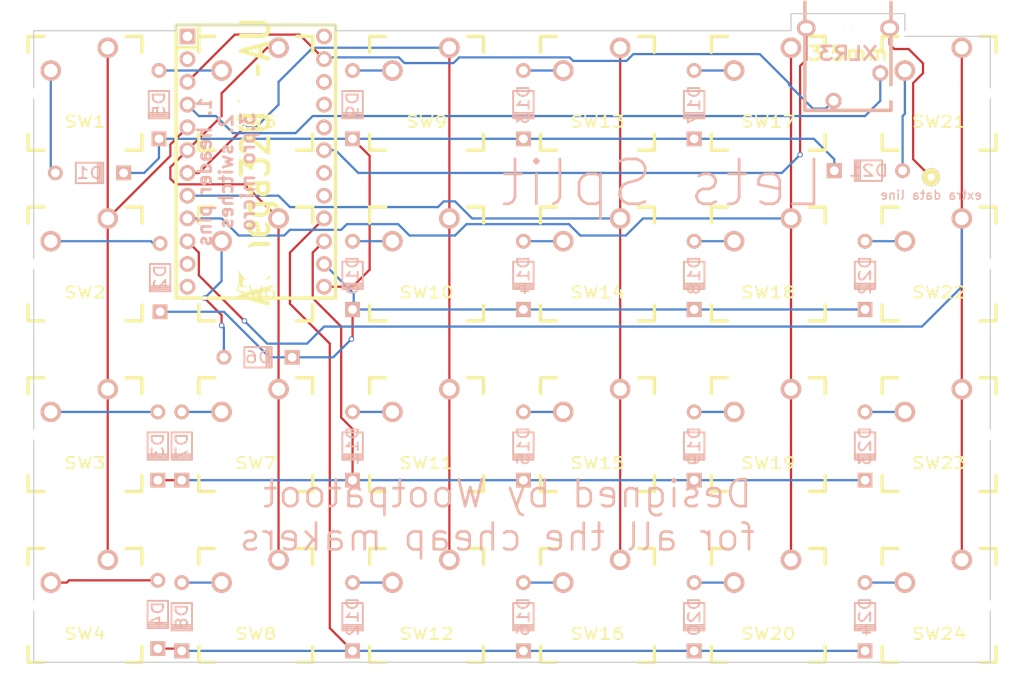
<source format=kicad_pcb>
(kicad_pcb (version 20171130) (host pcbnew "(5.1.12)-1")

  (general
    (thickness 1.6)
    (drawings 17)
    (tracks 200)
    (zones 0)
    (modules 51)
    (nets 49)
  )

  (page A4)
  (layers
    (0 F.Cu signal)
    (31 B.Cu signal)
    (32 B.Adhes user hide)
    (33 F.Adhes user hide)
    (34 B.Paste user hide)
    (35 F.Paste user hide)
    (36 B.SilkS user hide)
    (37 F.SilkS user hide)
    (38 B.Mask user hide)
    (39 F.Mask user hide)
    (40 Dwgs.User user hide)
    (41 Cmts.User user hide)
    (42 Eco1.User user hide)
    (43 Eco2.User user hide)
    (44 Edge.Cuts user)
    (45 Margin user hide)
    (46 B.CrtYd user hide)
    (47 F.CrtYd user hide)
    (48 B.Fab user hide)
    (49 F.Fab user hide)
  )

  (setup
    (last_trace_width 0.25)
    (trace_clearance 0.2)
    (zone_clearance 0.508)
    (zone_45_only no)
    (trace_min 0.2)
    (via_size 0.6)
    (via_drill 0.4)
    (via_min_size 0.4)
    (via_min_drill 0.3)
    (uvia_size 0.3)
    (uvia_drill 0.1)
    (uvias_allowed no)
    (uvia_min_size 0.2)
    (uvia_min_drill 0.1)
    (edge_width 0.15)
    (segment_width 0.2)
    (pcb_text_width 0.3)
    (pcb_text_size 1.5 1.5)
    (mod_edge_width 0.15)
    (mod_text_size 1 1)
    (mod_text_width 0.15)
    (pad_size 1.524 1.524)
    (pad_drill 0.762)
    (pad_to_mask_clearance 0.2)
    (aux_axis_origin 0 0)
    (visible_elements 7FFFFFFF)
    (pcbplotparams
      (layerselection 0x010f0_80000001)
      (usegerberextensions false)
      (usegerberattributes true)
      (usegerberadvancedattributes true)
      (creategerberjobfile true)
      (excludeedgelayer true)
      (linewidth 0.100000)
      (plotframeref false)
      (viasonmask false)
      (mode 1)
      (useauxorigin false)
      (hpglpennumber 1)
      (hpglpenspeed 20)
      (hpglpendiameter 15.000000)
      (psnegative false)
      (psa4output false)
      (plotreference true)
      (plotvalue true)
      (plotinvisibletext false)
      (padsonsilk false)
      (subtractmaskfromsilk false)
      (outputformat 1)
      (mirror false)
      (drillshape 0)
      (scaleselection 1)
      (outputdirectory ""))
  )

  (net 0 "")
  (net 1 "Net-(D1-Pad1)")
  (net 2 row0)
  (net 3 "Net-(D2-Pad1)")
  (net 4 "Net-(D3-Pad1)")
  (net 5 row2)
  (net 6 "Net-(D4-Pad1)")
  (net 7 row3)
  (net 8 "Net-(D5-Pad1)")
  (net 9 "Net-(D6-Pad1)")
  (net 10 "Net-(D7-Pad1)")
  (net 11 "Net-(D8-Pad1)")
  (net 12 "Net-(D9-Pad1)")
  (net 13 "Net-(D10-Pad1)")
  (net 14 "Net-(D11-Pad1)")
  (net 15 "Net-(D12-Pad1)")
  (net 16 "Net-(D13-Pad1)")
  (net 17 "Net-(D14-Pad1)")
  (net 18 "Net-(D15-Pad1)")
  (net 19 "Net-(D16-Pad1)")
  (net 20 "Net-(D17-Pad1)")
  (net 21 "Net-(D18-Pad1)")
  (net 22 "Net-(D19-Pad1)")
  (net 23 "Net-(D20-Pad1)")
  (net 24 "Net-(D21-Pad1)")
  (net 25 "Net-(D22-Pad1)")
  (net 26 "Net-(D23-Pad1)")
  (net 27 "Net-(D24-Pad1)")
  (net 28 col0)
  (net 29 col1)
  (net 30 col2)
  (net 31 col3)
  (net 32 col4)
  (net 33 col5)
  (net 34 "Net-(U1-Pad1)")
  (net 35 "Net-(U1-Pad11)")
  (net 36 "Net-(U1-Pad12)")
  (net 37 row1)
  (net 38 "Net-(U1-Pad22)")
  (net 39 data)
  (net 40 "Net-(U1-Pad25)")
  (net 41 "Net-(U1-Pad26)")
  (net 42 "Net-(U1-Pad29)")
  (net 43 VCC)
  (net 44 GND)
  (net 45 "Net-(U1-Pad23)")
  (net 46 "Net-(U1-Pad2)")
  (net 47 "Net-(K1-Pad4)")
  (net 48 "Net-(U1-Pad27)")

  (net_class Default "This is the default net class."
    (clearance 0.2)
    (trace_width 0.25)
    (via_dia 0.6)
    (via_drill 0.4)
    (uvia_dia 0.3)
    (uvia_drill 0.1)
    (add_net GND)
    (add_net "Net-(D1-Pad1)")
    (add_net "Net-(D10-Pad1)")
    (add_net "Net-(D11-Pad1)")
    (add_net "Net-(D12-Pad1)")
    (add_net "Net-(D13-Pad1)")
    (add_net "Net-(D14-Pad1)")
    (add_net "Net-(D15-Pad1)")
    (add_net "Net-(D16-Pad1)")
    (add_net "Net-(D17-Pad1)")
    (add_net "Net-(D18-Pad1)")
    (add_net "Net-(D19-Pad1)")
    (add_net "Net-(D2-Pad1)")
    (add_net "Net-(D20-Pad1)")
    (add_net "Net-(D21-Pad1)")
    (add_net "Net-(D22-Pad1)")
    (add_net "Net-(D23-Pad1)")
    (add_net "Net-(D24-Pad1)")
    (add_net "Net-(D3-Pad1)")
    (add_net "Net-(D4-Pad1)")
    (add_net "Net-(D5-Pad1)")
    (add_net "Net-(D6-Pad1)")
    (add_net "Net-(D7-Pad1)")
    (add_net "Net-(D8-Pad1)")
    (add_net "Net-(D9-Pad1)")
    (add_net "Net-(K1-Pad4)")
    (add_net "Net-(U1-Pad1)")
    (add_net "Net-(U1-Pad11)")
    (add_net "Net-(U1-Pad12)")
    (add_net "Net-(U1-Pad2)")
    (add_net "Net-(U1-Pad22)")
    (add_net "Net-(U1-Pad23)")
    (add_net "Net-(U1-Pad25)")
    (add_net "Net-(U1-Pad26)")
    (add_net "Net-(U1-Pad27)")
    (add_net "Net-(U1-Pad29)")
    (add_net VCC)
    (add_net col0)
    (add_net col1)
    (add_net col2)
    (add_net col3)
    (add_net col4)
    (add_net col5)
    (add_net data)
    (add_net row0)
    (add_net row1)
    (add_net row2)
    (add_net row3)
  )

  (module "cherry mx:CHERRY_PCB_100H" (layer F.Cu) (tedit 549A0505) (tstamp 574B04DA)
    (at 40.64 97.79)
    (path /574AFE4E)
    (fp_text reference SW4 (at 0 3.175) (layer F.SilkS)
      (effects (font (size 1.27 1.524) (thickness 0.2032)))
    )
    (fp_text value SW_PUSH (at 0 5.08) (layer F.SilkS) hide
      (effects (font (size 1.27 1.524) (thickness 0.2032)))
    )
    (fp_line (start -6.35 -6.35) (end 6.35 -6.35) (layer Cmts.User) (width 0.1524))
    (fp_line (start 6.35 -6.35) (end 6.35 6.35) (layer Cmts.User) (width 0.1524))
    (fp_line (start 6.35 6.35) (end -6.35 6.35) (layer Cmts.User) (width 0.1524))
    (fp_line (start -6.35 6.35) (end -6.35 -6.35) (layer Cmts.User) (width 0.1524))
    (fp_line (start -9.398 -9.398) (end 9.398 -9.398) (layer Dwgs.User) (width 0.1524))
    (fp_line (start 9.398 -9.398) (end 9.398 9.398) (layer Dwgs.User) (width 0.1524))
    (fp_line (start 9.398 9.398) (end -9.398 9.398) (layer Dwgs.User) (width 0.1524))
    (fp_line (start -9.398 9.398) (end -9.398 -9.398) (layer Dwgs.User) (width 0.1524))
    (fp_line (start -6.35 -6.35) (end -4.572 -6.35) (layer F.SilkS) (width 0.381))
    (fp_line (start 4.572 -6.35) (end 6.35 -6.35) (layer F.SilkS) (width 0.381))
    (fp_line (start 6.35 -6.35) (end 6.35 -4.572) (layer F.SilkS) (width 0.381))
    (fp_line (start 6.35 4.572) (end 6.35 6.35) (layer F.SilkS) (width 0.381))
    (fp_line (start 6.35 6.35) (end 4.572 6.35) (layer F.SilkS) (width 0.381))
    (fp_line (start -4.572 6.35) (end -6.35 6.35) (layer F.SilkS) (width 0.381))
    (fp_line (start -6.35 6.35) (end -6.35 4.572) (layer F.SilkS) (width 0.381))
    (fp_line (start -6.35 -4.572) (end -6.35 -6.35) (layer F.SilkS) (width 0.381))
    (fp_line (start -6.985 -6.985) (end 6.985 -6.985) (layer Eco2.User) (width 0.1524))
    (fp_line (start 6.985 -6.985) (end 6.985 6.985) (layer Eco2.User) (width 0.1524))
    (fp_line (start 6.985 6.985) (end -6.985 6.985) (layer Eco2.User) (width 0.1524))
    (fp_line (start -6.985 6.985) (end -6.985 -6.985) (layer Eco2.User) (width 0.1524))
    (fp_text user 1.00u (at -5.715 8.255) (layer Dwgs.User)
      (effects (font (size 1.524 1.524) (thickness 0.3048)))
    )
    (pad 1 thru_hole circle (at 2.54 -5.08) (size 2.286 2.286) (drill 1.4986) (layers *.Cu *.SilkS *.Mask)
      (net 28 col0))
    (pad 2 thru_hole circle (at -3.81 -2.54) (size 2.286 2.286) (drill 1.4986) (layers *.Cu *.SilkS *.Mask)
      (net 6 "Net-(D4-Pad1)"))
    (pad HOLE np_thru_hole circle (at 0 0) (size 3.9878 3.9878) (drill 3.9878) (layers *.Cu))
    (pad HOLE np_thru_hole circle (at -5.08 0) (size 1.7018 1.7018) (drill 1.7018) (layers *.Cu))
    (pad HOLE np_thru_hole circle (at 5.08 0) (size 1.7018 1.7018) (drill 1.7018) (layers *.Cu))
  )

  (module footprint:TEENSY_2.0 (layer F.Cu) (tedit 5765A057) (tstamp 574B11FE)
    (at 59.69 48.26 270)
    (path /574B317C)
    (fp_text reference U1 (at 0 0 270) (layer F.SilkS) hide
      (effects (font (size 3.048 2.54) (thickness 0.4572)))
    )
    (fp_text value ATmega32U4-AU (at 0 0 270) (layer F.SilkS)
      (effects (font (size 3.048 2.54) (thickness 0.4572)))
    )
    (fp_line (start -15.24 -8.89) (end -15.24 8.89) (layer Dwgs.User) (width 0.381))
    (fp_line (start -15.24 8.89) (end 15.24 8.89) (layer Dwgs.User) (width 0.381))
    (fp_line (start 15.24 8.89) (end 15.24 -8.89) (layer Dwgs.User) (width 0.381))
    (fp_line (start 15.24 -8.89) (end -15.24 -8.89) (layer Dwgs.User) (width 0.381))
    (fp_line (start 0 0) (end 0 0) (layer Dwgs.User) (width 0.0254))
    (fp_line (start -15.24 -8.89) (end -15.24 8.89) (layer Cmts.User) (width 0.381))
    (fp_line (start -15.24 8.89) (end 15.24 8.89) (layer Cmts.User) (width 0.381))
    (fp_line (start 15.24 8.89) (end 15.24 -8.89) (layer Cmts.User) (width 0.381))
    (fp_line (start 15.24 -8.89) (end -15.24 -8.89) (layer Cmts.User) (width 0.381))
    (fp_line (start -15.24 -8.89) (end -15.24 8.89) (layer F.SilkS) (width 0.381))
    (fp_line (start -15.24 8.89) (end 15.24 8.89) (layer F.SilkS) (width 0.381))
    (fp_line (start 15.24 8.89) (end 15.24 -8.89) (layer F.SilkS) (width 0.381))
    (fp_line (start 15.24 -8.89) (end -15.24 -8.89) (layer F.SilkS) (width 0.381))
    (fp_line (start -15.24 6.35) (end -12.7 6.35) (layer F.SilkS) (width 0.381))
    (fp_line (start -12.7 6.35) (end -12.7 8.89) (layer F.SilkS) (width 0.381))
    (pad 1 thru_hole rect (at -13.97 7.62 270) (size 1.7526 1.7526) (drill 1.0922) (layers *.Cu *.SilkS *.Mask)
      (net 34 "Net-(U1-Pad1)"))
    (pad 2 thru_hole circle (at -11.43 7.62 270) (size 1.7526 1.7526) (drill 1.0922) (layers *.Cu *.SilkS *.Mask)
      (net 46 "Net-(U1-Pad2)"))
    (pad 3 thru_hole circle (at -8.89 7.62 270) (size 1.7526 1.7526) (drill 1.0922) (layers *.Cu *.SilkS *.Mask)
      (net 44 GND))
    (pad 4 thru_hole circle (at -6.35 7.62 270) (size 1.7526 1.7526) (drill 1.0922) (layers *.Cu *.SilkS *.Mask)
      (net 43 VCC))
    (pad 5 thru_hole circle (at -3.81 7.62 270) (size 1.7526 1.7526) (drill 1.0922) (layers *.Cu *.SilkS *.Mask)
      (net 28 col0))
    (pad 6 thru_hole circle (at -1.27 7.62 270) (size 1.7526 1.7526) (drill 1.0922) (layers *.Cu *.SilkS *.Mask)
      (net 29 col1))
    (pad 7 thru_hole circle (at 1.27 7.62 270) (size 1.7526 1.7526) (drill 1.0922) (layers *.Cu *.SilkS *.Mask)
      (net 30 col2))
    (pad 8 thru_hole circle (at 3.81 7.62 270) (size 1.7526 1.7526) (drill 1.0922) (layers *.Cu *.SilkS *.Mask)
      (net 31 col3))
    (pad 9 thru_hole circle (at 6.35 7.62 270) (size 1.7526 1.7526) (drill 1.0922) (layers *.Cu *.SilkS *.Mask)
      (net 32 col4))
    (pad 10 thru_hole circle (at 8.89 7.62 270) (size 1.7526 1.7526) (drill 1.0922) (layers *.Cu *.SilkS *.Mask)
      (net 33 col5))
    (pad 11 thru_hole circle (at 11.43 7.62 270) (size 1.7526 1.7526) (drill 1.0922) (layers *.Cu *.SilkS *.Mask)
      (net 35 "Net-(U1-Pad11)"))
    (pad 12 thru_hole circle (at 13.97 7.62 270) (size 1.7526 1.7526) (drill 1.0922) (layers *.Cu *.SilkS *.Mask)
      (net 36 "Net-(U1-Pad12)"))
    (pad 18 thru_hole circle (at 13.97 -7.62 270) (size 1.7526 1.7526) (drill 1.0922) (layers *.Cu *.SilkS *.Mask)
      (net 2 row0))
    (pad 19 thru_hole circle (at 11.43 -7.62 270) (size 1.7526 1.7526) (drill 1.0922) (layers *.Cu *.SilkS *.Mask)
      (net 37 row1))
    (pad 20 thru_hole circle (at 8.89 -7.62 270) (size 1.7526 1.7526) (drill 1.0922) (layers *.Cu *.SilkS *.Mask)
      (net 5 row2))
    (pad 21 thru_hole circle (at 6.35 -7.62 270) (size 1.7526 1.7526) (drill 1.0922) (layers *.Cu *.SilkS *.Mask)
      (net 7 row3))
    (pad 22 thru_hole circle (at 3.81 -7.62 270) (size 1.7526 1.7526) (drill 1.0922) (layers *.Cu *.SilkS *.Mask)
      (net 38 "Net-(U1-Pad22)"))
    (pad 23 thru_hole circle (at 1.27 -7.62 270) (size 1.7526 1.7526) (drill 1.0922) (layers *.Cu *.SilkS *.Mask)
      (net 45 "Net-(U1-Pad23)"))
    (pad 24 thru_hole circle (at -1.27 -7.62 270) (size 1.7526 1.7526) (drill 1.0922) (layers *.Cu *.SilkS *.Mask)
      (net 39 data))
    (pad 27 thru_hole circle (at -8.89 -7.62 270) (size 1.7526 1.7526) (drill 1.0922) (layers *.Cu *.SilkS *.Mask)
      (net 48 "Net-(U1-Pad27)"))
    (pad 28 thru_hole circle (at -11.43 -7.62 270) (size 1.7526 1.7526) (drill 1.0922) (layers *.Cu *.SilkS *.Mask)
      (net 44 GND))
    (pad 29 thru_hole circle (at -13.97 -7.62 270) (size 1.7526 1.7526) (drill 1.0922) (layers *.Cu *.SilkS *.Mask)
      (net 42 "Net-(U1-Pad29)"))
    (pad 25 thru_hole circle (at -3.81 -7.62 270) (size 1.7526 1.7526) (drill 1.0922) (layers *.Cu *.SilkS *.Mask)
      (net 40 "Net-(U1-Pad25)"))
    (pad 26 thru_hole circle (at -6.35 -7.62 270) (size 1.7526 1.7526) (drill 1.0922) (layers *.Cu *.SilkS *.Mask)
      (net 41 "Net-(U1-Pad26)"))
  )

  (module "cherry mx:CHERRY_PCB_100H" (layer F.Cu) (tedit 549A0505) (tstamp 574B04E3)
    (at 59.69 40.64)
    (path /574AF475)
    (fp_text reference SW5 (at 0 3.175) (layer F.SilkS)
      (effects (font (size 1.27 1.524) (thickness 0.2032)))
    )
    (fp_text value SW_PUSH (at 0 5.08) (layer F.SilkS) hide
      (effects (font (size 1.27 1.524) (thickness 0.2032)))
    )
    (fp_line (start -6.35 -6.35) (end 6.35 -6.35) (layer Cmts.User) (width 0.1524))
    (fp_line (start 6.35 -6.35) (end 6.35 6.35) (layer Cmts.User) (width 0.1524))
    (fp_line (start 6.35 6.35) (end -6.35 6.35) (layer Cmts.User) (width 0.1524))
    (fp_line (start -6.35 6.35) (end -6.35 -6.35) (layer Cmts.User) (width 0.1524))
    (fp_line (start -9.398 -9.398) (end 9.398 -9.398) (layer Dwgs.User) (width 0.1524))
    (fp_line (start 9.398 -9.398) (end 9.398 9.398) (layer Dwgs.User) (width 0.1524))
    (fp_line (start 9.398 9.398) (end -9.398 9.398) (layer Dwgs.User) (width 0.1524))
    (fp_line (start -9.398 9.398) (end -9.398 -9.398) (layer Dwgs.User) (width 0.1524))
    (fp_line (start -6.35 -6.35) (end -4.572 -6.35) (layer F.SilkS) (width 0.381))
    (fp_line (start 4.572 -6.35) (end 6.35 -6.35) (layer F.SilkS) (width 0.381))
    (fp_line (start 6.35 -6.35) (end 6.35 -4.572) (layer F.SilkS) (width 0.381))
    (fp_line (start 6.35 4.572) (end 6.35 6.35) (layer F.SilkS) (width 0.381))
    (fp_line (start 6.35 6.35) (end 4.572 6.35) (layer F.SilkS) (width 0.381))
    (fp_line (start -4.572 6.35) (end -6.35 6.35) (layer F.SilkS) (width 0.381))
    (fp_line (start -6.35 6.35) (end -6.35 4.572) (layer F.SilkS) (width 0.381))
    (fp_line (start -6.35 -4.572) (end -6.35 -6.35) (layer F.SilkS) (width 0.381))
    (fp_line (start -6.985 -6.985) (end 6.985 -6.985) (layer Eco2.User) (width 0.1524))
    (fp_line (start 6.985 -6.985) (end 6.985 6.985) (layer Eco2.User) (width 0.1524))
    (fp_line (start 6.985 6.985) (end -6.985 6.985) (layer Eco2.User) (width 0.1524))
    (fp_line (start -6.985 6.985) (end -6.985 -6.985) (layer Eco2.User) (width 0.1524))
    (fp_text user 1.00u (at -5.715 8.255) (layer Dwgs.User)
      (effects (font (size 1.524 1.524) (thickness 0.3048)))
    )
    (pad 1 thru_hole circle (at 2.54 -5.08) (size 2.286 2.286) (drill 1.4986) (layers *.Cu *.SilkS *.Mask)
      (net 29 col1))
    (pad 2 thru_hole circle (at -3.81 -2.54) (size 2.286 2.286) (drill 1.4986) (layers *.Cu *.SilkS *.Mask)
      (net 8 "Net-(D5-Pad1)"))
    (pad HOLE np_thru_hole circle (at 0 0) (size 3.9878 3.9878) (drill 3.9878) (layers *.Cu))
    (pad HOLE np_thru_hole circle (at -5.08 0) (size 1.7018 1.7018) (drill 1.7018) (layers *.Cu))
    (pad HOLE np_thru_hole circle (at 5.08 0) (size 1.7018 1.7018) (drill 1.7018) (layers *.Cu))
  )

  (module "cherry mx:DIODE" (layer B.Cu) (tedit 549B02AC) (tstamp 574B0421)
    (at 41.148 49.53)
    (path /574AF3F0)
    (fp_text reference D1 (at 0 0) (layer B.SilkS)
      (effects (font (size 1.27 1.524) (thickness 0.2032)) (justify mirror))
    )
    (fp_text value D (at 0 0) (layer B.SilkS) hide
      (effects (font (size 1.27 1.524) (thickness 0.2032)) (justify mirror))
    )
    (fp_line (start 0.9 -1.1) (end 0.9 1.1) (layer B.SilkS) (width 0.15))
    (fp_line (start 1.1 1.1) (end 1.1 -1.1) (layer B.SilkS) (width 0.15))
    (fp_line (start 1.3 1) (end 1.3 1.1) (layer B.SilkS) (width 0.15))
    (fp_line (start 1.3 1.1) (end 1.3 1) (layer B.SilkS) (width 0.15))
    (fp_line (start 1.3 -1.1) (end 1.3 1) (layer B.SilkS) (width 0.15))
    (fp_line (start -1.524 1.143) (end 1.524 1.143) (layer B.SilkS) (width 0.2032))
    (fp_line (start 1.524 1.143) (end 1.524 -1.143) (layer B.SilkS) (width 0.2032))
    (fp_line (start 1.524 -1.143) (end -1.524 -1.143) (layer B.SilkS) (width 0.2032))
    (fp_line (start -1.524 -1.143) (end -1.524 1.143) (layer B.SilkS) (width 0.2032))
    (pad 1 thru_hole circle (at -3.81 0) (size 1.651 1.651) (drill 0.9906) (layers *.Cu *.SilkS *.Mask)
      (net 1 "Net-(D1-Pad1)"))
    (pad 2 thru_hole rect (at 3.81 0) (size 1.651 1.651) (drill 0.9906) (layers *.Cu *.SilkS *.Mask)
      (net 2 row0))
  )

  (module "cherry mx:DIODE" (layer B.Cu) (tedit 549B02AC) (tstamp 574B0427)
    (at 49.022 61.214 270)
    (path /574AFA6E)
    (fp_text reference D2 (at 0 0 270) (layer B.SilkS)
      (effects (font (size 1.27 1.524) (thickness 0.2032)) (justify mirror))
    )
    (fp_text value D (at 0 0 270) (layer B.SilkS) hide
      (effects (font (size 1.27 1.524) (thickness 0.2032)) (justify mirror))
    )
    (fp_line (start 0.9 -1.1) (end 0.9 1.1) (layer B.SilkS) (width 0.15))
    (fp_line (start 1.1 1.1) (end 1.1 -1.1) (layer B.SilkS) (width 0.15))
    (fp_line (start 1.3 1) (end 1.3 1.1) (layer B.SilkS) (width 0.15))
    (fp_line (start 1.3 1.1) (end 1.3 1) (layer B.SilkS) (width 0.15))
    (fp_line (start 1.3 -1.1) (end 1.3 1) (layer B.SilkS) (width 0.15))
    (fp_line (start -1.524 1.143) (end 1.524 1.143) (layer B.SilkS) (width 0.2032))
    (fp_line (start 1.524 1.143) (end 1.524 -1.143) (layer B.SilkS) (width 0.2032))
    (fp_line (start 1.524 -1.143) (end -1.524 -1.143) (layer B.SilkS) (width 0.2032))
    (fp_line (start -1.524 -1.143) (end -1.524 1.143) (layer B.SilkS) (width 0.2032))
    (pad 1 thru_hole circle (at -3.81 0 270) (size 1.651 1.651) (drill 0.9906) (layers *.Cu *.SilkS *.Mask)
      (net 3 "Net-(D2-Pad1)"))
    (pad 2 thru_hole rect (at 3.81 0 270) (size 1.651 1.651) (drill 0.9906) (layers *.Cu *.SilkS *.Mask)
      (net 37 row1))
  )

  (module "cherry mx:DIODE" (layer B.Cu) (tedit 549B02AC) (tstamp 574B042D)
    (at 48.768 80.01 270)
    (path /574AFE07)
    (fp_text reference D3 (at 0 0 270) (layer B.SilkS)
      (effects (font (size 1.27 1.524) (thickness 0.2032)) (justify mirror))
    )
    (fp_text value D (at 0 0 270) (layer B.SilkS) hide
      (effects (font (size 1.27 1.524) (thickness 0.2032)) (justify mirror))
    )
    (fp_line (start 0.9 -1.1) (end 0.9 1.1) (layer B.SilkS) (width 0.15))
    (fp_line (start 1.1 1.1) (end 1.1 -1.1) (layer B.SilkS) (width 0.15))
    (fp_line (start 1.3 1) (end 1.3 1.1) (layer B.SilkS) (width 0.15))
    (fp_line (start 1.3 1.1) (end 1.3 1) (layer B.SilkS) (width 0.15))
    (fp_line (start 1.3 -1.1) (end 1.3 1) (layer B.SilkS) (width 0.15))
    (fp_line (start -1.524 1.143) (end 1.524 1.143) (layer B.SilkS) (width 0.2032))
    (fp_line (start 1.524 1.143) (end 1.524 -1.143) (layer B.SilkS) (width 0.2032))
    (fp_line (start 1.524 -1.143) (end -1.524 -1.143) (layer B.SilkS) (width 0.2032))
    (fp_line (start -1.524 -1.143) (end -1.524 1.143) (layer B.SilkS) (width 0.2032))
    (pad 1 thru_hole circle (at -3.81 0 270) (size 1.651 1.651) (drill 0.9906) (layers *.Cu *.SilkS *.Mask)
      (net 4 "Net-(D3-Pad1)"))
    (pad 2 thru_hole rect (at 3.81 0 270) (size 1.651 1.651) (drill 0.9906) (layers *.Cu *.SilkS *.Mask)
      (net 5 row2))
  )

  (module "cherry mx:DIODE" (layer B.Cu) (tedit 549B02AC) (tstamp 574B0433)
    (at 48.768 98.806 270)
    (path /574AFE54)
    (fp_text reference D4 (at 0 0 270) (layer B.SilkS)
      (effects (font (size 1.27 1.524) (thickness 0.2032)) (justify mirror))
    )
    (fp_text value D (at 0 0 270) (layer B.SilkS) hide
      (effects (font (size 1.27 1.524) (thickness 0.2032)) (justify mirror))
    )
    (fp_line (start 0.9 -1.1) (end 0.9 1.1) (layer B.SilkS) (width 0.15))
    (fp_line (start 1.1 1.1) (end 1.1 -1.1) (layer B.SilkS) (width 0.15))
    (fp_line (start 1.3 1) (end 1.3 1.1) (layer B.SilkS) (width 0.15))
    (fp_line (start 1.3 1.1) (end 1.3 1) (layer B.SilkS) (width 0.15))
    (fp_line (start 1.3 -1.1) (end 1.3 1) (layer B.SilkS) (width 0.15))
    (fp_line (start -1.524 1.143) (end 1.524 1.143) (layer B.SilkS) (width 0.2032))
    (fp_line (start 1.524 1.143) (end 1.524 -1.143) (layer B.SilkS) (width 0.2032))
    (fp_line (start 1.524 -1.143) (end -1.524 -1.143) (layer B.SilkS) (width 0.2032))
    (fp_line (start -1.524 -1.143) (end -1.524 1.143) (layer B.SilkS) (width 0.2032))
    (pad 1 thru_hole circle (at -3.81 0 270) (size 1.651 1.651) (drill 0.9906) (layers *.Cu *.SilkS *.Mask)
      (net 6 "Net-(D4-Pad1)"))
    (pad 2 thru_hole rect (at 3.81 0 270) (size 1.651 1.651) (drill 0.9906) (layers *.Cu *.SilkS *.Mask)
      (net 7 row3))
  )

  (module "cherry mx:DIODE" (layer B.Cu) (tedit 549B02AC) (tstamp 574B0439)
    (at 48.895 41.91 270)
    (path /574AF47B)
    (fp_text reference D5 (at 0 0 270) (layer B.SilkS)
      (effects (font (size 1.27 1.524) (thickness 0.2032)) (justify mirror))
    )
    (fp_text value D (at 0 0 270) (layer B.SilkS) hide
      (effects (font (size 1.27 1.524) (thickness 0.2032)) (justify mirror))
    )
    (fp_line (start 0.9 -1.1) (end 0.9 1.1) (layer B.SilkS) (width 0.15))
    (fp_line (start 1.1 1.1) (end 1.1 -1.1) (layer B.SilkS) (width 0.15))
    (fp_line (start 1.3 1) (end 1.3 1.1) (layer B.SilkS) (width 0.15))
    (fp_line (start 1.3 1.1) (end 1.3 1) (layer B.SilkS) (width 0.15))
    (fp_line (start 1.3 -1.1) (end 1.3 1) (layer B.SilkS) (width 0.15))
    (fp_line (start -1.524 1.143) (end 1.524 1.143) (layer B.SilkS) (width 0.2032))
    (fp_line (start 1.524 1.143) (end 1.524 -1.143) (layer B.SilkS) (width 0.2032))
    (fp_line (start 1.524 -1.143) (end -1.524 -1.143) (layer B.SilkS) (width 0.2032))
    (fp_line (start -1.524 -1.143) (end -1.524 1.143) (layer B.SilkS) (width 0.2032))
    (pad 1 thru_hole circle (at -3.81 0 270) (size 1.651 1.651) (drill 0.9906) (layers *.Cu *.SilkS *.Mask)
      (net 8 "Net-(D5-Pad1)"))
    (pad 2 thru_hole rect (at 3.81 0 270) (size 1.651 1.651) (drill 0.9906) (layers *.Cu *.SilkS *.Mask)
      (net 2 row0))
  )

  (module "cherry mx:DIODE" (layer B.Cu) (tedit 549B02AC) (tstamp 574B043F)
    (at 59.944 70.104)
    (path /574AFA7A)
    (fp_text reference D6 (at 0 0) (layer B.SilkS)
      (effects (font (size 1.27 1.524) (thickness 0.2032)) (justify mirror))
    )
    (fp_text value D (at 0 0) (layer B.SilkS) hide
      (effects (font (size 1.27 1.524) (thickness 0.2032)) (justify mirror))
    )
    (fp_line (start 0.9 -1.1) (end 0.9 1.1) (layer B.SilkS) (width 0.15))
    (fp_line (start 1.1 1.1) (end 1.1 -1.1) (layer B.SilkS) (width 0.15))
    (fp_line (start 1.3 1) (end 1.3 1.1) (layer B.SilkS) (width 0.15))
    (fp_line (start 1.3 1.1) (end 1.3 1) (layer B.SilkS) (width 0.15))
    (fp_line (start 1.3 -1.1) (end 1.3 1) (layer B.SilkS) (width 0.15))
    (fp_line (start -1.524 1.143) (end 1.524 1.143) (layer B.SilkS) (width 0.2032))
    (fp_line (start 1.524 1.143) (end 1.524 -1.143) (layer B.SilkS) (width 0.2032))
    (fp_line (start 1.524 -1.143) (end -1.524 -1.143) (layer B.SilkS) (width 0.2032))
    (fp_line (start -1.524 -1.143) (end -1.524 1.143) (layer B.SilkS) (width 0.2032))
    (pad 1 thru_hole circle (at -3.81 0) (size 1.651 1.651) (drill 0.9906) (layers *.Cu *.SilkS *.Mask)
      (net 9 "Net-(D6-Pad1)"))
    (pad 2 thru_hole rect (at 3.81 0) (size 1.651 1.651) (drill 0.9906) (layers *.Cu *.SilkS *.Mask)
      (net 37 row1))
  )

  (module "cherry mx:DIODE" (layer B.Cu) (tedit 549B02AC) (tstamp 574B0445)
    (at 51.435 80.01 270)
    (path /574AFE13)
    (fp_text reference D7 (at 0 0 270) (layer B.SilkS)
      (effects (font (size 1.27 1.524) (thickness 0.2032)) (justify mirror))
    )
    (fp_text value D (at 0 0 270) (layer B.SilkS) hide
      (effects (font (size 1.27 1.524) (thickness 0.2032)) (justify mirror))
    )
    (fp_line (start 0.9 -1.1) (end 0.9 1.1) (layer B.SilkS) (width 0.15))
    (fp_line (start 1.1 1.1) (end 1.1 -1.1) (layer B.SilkS) (width 0.15))
    (fp_line (start 1.3 1) (end 1.3 1.1) (layer B.SilkS) (width 0.15))
    (fp_line (start 1.3 1.1) (end 1.3 1) (layer B.SilkS) (width 0.15))
    (fp_line (start 1.3 -1.1) (end 1.3 1) (layer B.SilkS) (width 0.15))
    (fp_line (start -1.524 1.143) (end 1.524 1.143) (layer B.SilkS) (width 0.2032))
    (fp_line (start 1.524 1.143) (end 1.524 -1.143) (layer B.SilkS) (width 0.2032))
    (fp_line (start 1.524 -1.143) (end -1.524 -1.143) (layer B.SilkS) (width 0.2032))
    (fp_line (start -1.524 -1.143) (end -1.524 1.143) (layer B.SilkS) (width 0.2032))
    (pad 1 thru_hole circle (at -3.81 0 270) (size 1.651 1.651) (drill 0.9906) (layers *.Cu *.SilkS *.Mask)
      (net 10 "Net-(D7-Pad1)"))
    (pad 2 thru_hole rect (at 3.81 0 270) (size 1.651 1.651) (drill 0.9906) (layers *.Cu *.SilkS *.Mask)
      (net 5 row2))
  )

  (module "cherry mx:DIODE" (layer B.Cu) (tedit 549B02AC) (tstamp 574B044B)
    (at 51.435 99.06 270)
    (path /574AFE60)
    (fp_text reference D8 (at 0 0 270) (layer B.SilkS)
      (effects (font (size 1.27 1.524) (thickness 0.2032)) (justify mirror))
    )
    (fp_text value D (at 0 0 270) (layer B.SilkS) hide
      (effects (font (size 1.27 1.524) (thickness 0.2032)) (justify mirror))
    )
    (fp_line (start 0.9 -1.1) (end 0.9 1.1) (layer B.SilkS) (width 0.15))
    (fp_line (start 1.1 1.1) (end 1.1 -1.1) (layer B.SilkS) (width 0.15))
    (fp_line (start 1.3 1) (end 1.3 1.1) (layer B.SilkS) (width 0.15))
    (fp_line (start 1.3 1.1) (end 1.3 1) (layer B.SilkS) (width 0.15))
    (fp_line (start 1.3 -1.1) (end 1.3 1) (layer B.SilkS) (width 0.15))
    (fp_line (start -1.524 1.143) (end 1.524 1.143) (layer B.SilkS) (width 0.2032))
    (fp_line (start 1.524 1.143) (end 1.524 -1.143) (layer B.SilkS) (width 0.2032))
    (fp_line (start 1.524 -1.143) (end -1.524 -1.143) (layer B.SilkS) (width 0.2032))
    (fp_line (start -1.524 -1.143) (end -1.524 1.143) (layer B.SilkS) (width 0.2032))
    (pad 1 thru_hole circle (at -3.81 0 270) (size 1.651 1.651) (drill 0.9906) (layers *.Cu *.SilkS *.Mask)
      (net 11 "Net-(D8-Pad1)"))
    (pad 2 thru_hole rect (at 3.81 0 270) (size 1.651 1.651) (drill 0.9906) (layers *.Cu *.SilkS *.Mask)
      (net 7 row3))
  )

  (module "cherry mx:DIODE" (layer B.Cu) (tedit 549B02AC) (tstamp 574B0451)
    (at 70.485 41.91 270)
    (path /574AF6AB)
    (fp_text reference D9 (at 0 0 270) (layer B.SilkS)
      (effects (font (size 1.27 1.524) (thickness 0.2032)) (justify mirror))
    )
    (fp_text value D (at 0 0 270) (layer B.SilkS) hide
      (effects (font (size 1.27 1.524) (thickness 0.2032)) (justify mirror))
    )
    (fp_line (start 0.9 -1.1) (end 0.9 1.1) (layer B.SilkS) (width 0.15))
    (fp_line (start 1.1 1.1) (end 1.1 -1.1) (layer B.SilkS) (width 0.15))
    (fp_line (start 1.3 1) (end 1.3 1.1) (layer B.SilkS) (width 0.15))
    (fp_line (start 1.3 1.1) (end 1.3 1) (layer B.SilkS) (width 0.15))
    (fp_line (start 1.3 -1.1) (end 1.3 1) (layer B.SilkS) (width 0.15))
    (fp_line (start -1.524 1.143) (end 1.524 1.143) (layer B.SilkS) (width 0.2032))
    (fp_line (start 1.524 1.143) (end 1.524 -1.143) (layer B.SilkS) (width 0.2032))
    (fp_line (start 1.524 -1.143) (end -1.524 -1.143) (layer B.SilkS) (width 0.2032))
    (fp_line (start -1.524 -1.143) (end -1.524 1.143) (layer B.SilkS) (width 0.2032))
    (pad 1 thru_hole circle (at -3.81 0 270) (size 1.651 1.651) (drill 0.9906) (layers *.Cu *.SilkS *.Mask)
      (net 12 "Net-(D9-Pad1)"))
    (pad 2 thru_hole rect (at 3.81 0 270) (size 1.651 1.651) (drill 0.9906) (layers *.Cu *.SilkS *.Mask)
      (net 2 row0))
  )

  (module "cherry mx:DIODE" (layer B.Cu) (tedit 549B02AC) (tstamp 574B0457)
    (at 70.485 60.96 270)
    (path /574AFA86)
    (fp_text reference D10 (at 0 0 270) (layer B.SilkS)
      (effects (font (size 1.27 1.524) (thickness 0.2032)) (justify mirror))
    )
    (fp_text value D (at 0 0 270) (layer B.SilkS) hide
      (effects (font (size 1.27 1.524) (thickness 0.2032)) (justify mirror))
    )
    (fp_line (start 0.9 -1.1) (end 0.9 1.1) (layer B.SilkS) (width 0.15))
    (fp_line (start 1.1 1.1) (end 1.1 -1.1) (layer B.SilkS) (width 0.15))
    (fp_line (start 1.3 1) (end 1.3 1.1) (layer B.SilkS) (width 0.15))
    (fp_line (start 1.3 1.1) (end 1.3 1) (layer B.SilkS) (width 0.15))
    (fp_line (start 1.3 -1.1) (end 1.3 1) (layer B.SilkS) (width 0.15))
    (fp_line (start -1.524 1.143) (end 1.524 1.143) (layer B.SilkS) (width 0.2032))
    (fp_line (start 1.524 1.143) (end 1.524 -1.143) (layer B.SilkS) (width 0.2032))
    (fp_line (start 1.524 -1.143) (end -1.524 -1.143) (layer B.SilkS) (width 0.2032))
    (fp_line (start -1.524 -1.143) (end -1.524 1.143) (layer B.SilkS) (width 0.2032))
    (pad 1 thru_hole circle (at -3.81 0 270) (size 1.651 1.651) (drill 0.9906) (layers *.Cu *.SilkS *.Mask)
      (net 13 "Net-(D10-Pad1)"))
    (pad 2 thru_hole rect (at 3.81 0 270) (size 1.651 1.651) (drill 0.9906) (layers *.Cu *.SilkS *.Mask)
      (net 37 row1))
  )

  (module "cherry mx:DIODE" (layer B.Cu) (tedit 549B02AC) (tstamp 574B045D)
    (at 70.485 80.01 270)
    (path /574AFE1F)
    (fp_text reference D11 (at 0 0 270) (layer B.SilkS)
      (effects (font (size 1.27 1.524) (thickness 0.2032)) (justify mirror))
    )
    (fp_text value D (at 0 0 270) (layer B.SilkS) hide
      (effects (font (size 1.27 1.524) (thickness 0.2032)) (justify mirror))
    )
    (fp_line (start 0.9 -1.1) (end 0.9 1.1) (layer B.SilkS) (width 0.15))
    (fp_line (start 1.1 1.1) (end 1.1 -1.1) (layer B.SilkS) (width 0.15))
    (fp_line (start 1.3 1) (end 1.3 1.1) (layer B.SilkS) (width 0.15))
    (fp_line (start 1.3 1.1) (end 1.3 1) (layer B.SilkS) (width 0.15))
    (fp_line (start 1.3 -1.1) (end 1.3 1) (layer B.SilkS) (width 0.15))
    (fp_line (start -1.524 1.143) (end 1.524 1.143) (layer B.SilkS) (width 0.2032))
    (fp_line (start 1.524 1.143) (end 1.524 -1.143) (layer B.SilkS) (width 0.2032))
    (fp_line (start 1.524 -1.143) (end -1.524 -1.143) (layer B.SilkS) (width 0.2032))
    (fp_line (start -1.524 -1.143) (end -1.524 1.143) (layer B.SilkS) (width 0.2032))
    (pad 1 thru_hole circle (at -3.81 0 270) (size 1.651 1.651) (drill 0.9906) (layers *.Cu *.SilkS *.Mask)
      (net 14 "Net-(D11-Pad1)"))
    (pad 2 thru_hole rect (at 3.81 0 270) (size 1.651 1.651) (drill 0.9906) (layers *.Cu *.SilkS *.Mask)
      (net 5 row2))
  )

  (module "cherry mx:DIODE" (layer B.Cu) (tedit 549B02AC) (tstamp 574B0463)
    (at 70.485 99.06 270)
    (path /574AFE6C)
    (fp_text reference D12 (at 0 0 270) (layer B.SilkS)
      (effects (font (size 1.27 1.524) (thickness 0.2032)) (justify mirror))
    )
    (fp_text value D (at 0 0 270) (layer B.SilkS) hide
      (effects (font (size 1.27 1.524) (thickness 0.2032)) (justify mirror))
    )
    (fp_line (start 0.9 -1.1) (end 0.9 1.1) (layer B.SilkS) (width 0.15))
    (fp_line (start 1.1 1.1) (end 1.1 -1.1) (layer B.SilkS) (width 0.15))
    (fp_line (start 1.3 1) (end 1.3 1.1) (layer B.SilkS) (width 0.15))
    (fp_line (start 1.3 1.1) (end 1.3 1) (layer B.SilkS) (width 0.15))
    (fp_line (start 1.3 -1.1) (end 1.3 1) (layer B.SilkS) (width 0.15))
    (fp_line (start -1.524 1.143) (end 1.524 1.143) (layer B.SilkS) (width 0.2032))
    (fp_line (start 1.524 1.143) (end 1.524 -1.143) (layer B.SilkS) (width 0.2032))
    (fp_line (start 1.524 -1.143) (end -1.524 -1.143) (layer B.SilkS) (width 0.2032))
    (fp_line (start -1.524 -1.143) (end -1.524 1.143) (layer B.SilkS) (width 0.2032))
    (pad 1 thru_hole circle (at -3.81 0 270) (size 1.651 1.651) (drill 0.9906) (layers *.Cu *.SilkS *.Mask)
      (net 15 "Net-(D12-Pad1)"))
    (pad 2 thru_hole rect (at 3.81 0 270) (size 1.651 1.651) (drill 0.9906) (layers *.Cu *.SilkS *.Mask)
      (net 7 row3))
  )

  (module "cherry mx:DIODE" (layer B.Cu) (tedit 549B02AC) (tstamp 574B0469)
    (at 89.535 41.91 270)
    (path /574AF6B7)
    (fp_text reference D13 (at 0 0 270) (layer B.SilkS)
      (effects (font (size 1.27 1.524) (thickness 0.2032)) (justify mirror))
    )
    (fp_text value D (at 0 0 270) (layer B.SilkS) hide
      (effects (font (size 1.27 1.524) (thickness 0.2032)) (justify mirror))
    )
    (fp_line (start 0.9 -1.1) (end 0.9 1.1) (layer B.SilkS) (width 0.15))
    (fp_line (start 1.1 1.1) (end 1.1 -1.1) (layer B.SilkS) (width 0.15))
    (fp_line (start 1.3 1) (end 1.3 1.1) (layer B.SilkS) (width 0.15))
    (fp_line (start 1.3 1.1) (end 1.3 1) (layer B.SilkS) (width 0.15))
    (fp_line (start 1.3 -1.1) (end 1.3 1) (layer B.SilkS) (width 0.15))
    (fp_line (start -1.524 1.143) (end 1.524 1.143) (layer B.SilkS) (width 0.2032))
    (fp_line (start 1.524 1.143) (end 1.524 -1.143) (layer B.SilkS) (width 0.2032))
    (fp_line (start 1.524 -1.143) (end -1.524 -1.143) (layer B.SilkS) (width 0.2032))
    (fp_line (start -1.524 -1.143) (end -1.524 1.143) (layer B.SilkS) (width 0.2032))
    (pad 1 thru_hole circle (at -3.81 0 270) (size 1.651 1.651) (drill 0.9906) (layers *.Cu *.SilkS *.Mask)
      (net 16 "Net-(D13-Pad1)"))
    (pad 2 thru_hole rect (at 3.81 0 270) (size 1.651 1.651) (drill 0.9906) (layers *.Cu *.SilkS *.Mask)
      (net 2 row0))
  )

  (module "cherry mx:DIODE" (layer B.Cu) (tedit 549B02AC) (tstamp 574B046F)
    (at 89.535 60.96 270)
    (path /574AFA92)
    (fp_text reference D14 (at 0 0 270) (layer B.SilkS)
      (effects (font (size 1.27 1.524) (thickness 0.2032)) (justify mirror))
    )
    (fp_text value D (at 0 0 270) (layer B.SilkS) hide
      (effects (font (size 1.27 1.524) (thickness 0.2032)) (justify mirror))
    )
    (fp_line (start 0.9 -1.1) (end 0.9 1.1) (layer B.SilkS) (width 0.15))
    (fp_line (start 1.1 1.1) (end 1.1 -1.1) (layer B.SilkS) (width 0.15))
    (fp_line (start 1.3 1) (end 1.3 1.1) (layer B.SilkS) (width 0.15))
    (fp_line (start 1.3 1.1) (end 1.3 1) (layer B.SilkS) (width 0.15))
    (fp_line (start 1.3 -1.1) (end 1.3 1) (layer B.SilkS) (width 0.15))
    (fp_line (start -1.524 1.143) (end 1.524 1.143) (layer B.SilkS) (width 0.2032))
    (fp_line (start 1.524 1.143) (end 1.524 -1.143) (layer B.SilkS) (width 0.2032))
    (fp_line (start 1.524 -1.143) (end -1.524 -1.143) (layer B.SilkS) (width 0.2032))
    (fp_line (start -1.524 -1.143) (end -1.524 1.143) (layer B.SilkS) (width 0.2032))
    (pad 1 thru_hole circle (at -3.81 0 270) (size 1.651 1.651) (drill 0.9906) (layers *.Cu *.SilkS *.Mask)
      (net 17 "Net-(D14-Pad1)"))
    (pad 2 thru_hole rect (at 3.81 0 270) (size 1.651 1.651) (drill 0.9906) (layers *.Cu *.SilkS *.Mask)
      (net 37 row1))
  )

  (module "cherry mx:DIODE" (layer B.Cu) (tedit 549B02AC) (tstamp 574B0475)
    (at 89.535 80.01 270)
    (path /574AFE2B)
    (fp_text reference D15 (at 0 0 270) (layer B.SilkS)
      (effects (font (size 1.27 1.524) (thickness 0.2032)) (justify mirror))
    )
    (fp_text value D (at 0 0 270) (layer B.SilkS) hide
      (effects (font (size 1.27 1.524) (thickness 0.2032)) (justify mirror))
    )
    (fp_line (start 0.9 -1.1) (end 0.9 1.1) (layer B.SilkS) (width 0.15))
    (fp_line (start 1.1 1.1) (end 1.1 -1.1) (layer B.SilkS) (width 0.15))
    (fp_line (start 1.3 1) (end 1.3 1.1) (layer B.SilkS) (width 0.15))
    (fp_line (start 1.3 1.1) (end 1.3 1) (layer B.SilkS) (width 0.15))
    (fp_line (start 1.3 -1.1) (end 1.3 1) (layer B.SilkS) (width 0.15))
    (fp_line (start -1.524 1.143) (end 1.524 1.143) (layer B.SilkS) (width 0.2032))
    (fp_line (start 1.524 1.143) (end 1.524 -1.143) (layer B.SilkS) (width 0.2032))
    (fp_line (start 1.524 -1.143) (end -1.524 -1.143) (layer B.SilkS) (width 0.2032))
    (fp_line (start -1.524 -1.143) (end -1.524 1.143) (layer B.SilkS) (width 0.2032))
    (pad 1 thru_hole circle (at -3.81 0 270) (size 1.651 1.651) (drill 0.9906) (layers *.Cu *.SilkS *.Mask)
      (net 18 "Net-(D15-Pad1)"))
    (pad 2 thru_hole rect (at 3.81 0 270) (size 1.651 1.651) (drill 0.9906) (layers *.Cu *.SilkS *.Mask)
      (net 5 row2))
  )

  (module "cherry mx:DIODE" (layer B.Cu) (tedit 549B02AC) (tstamp 574B047B)
    (at 89.535 99.06 270)
    (path /574AFE78)
    (fp_text reference D16 (at 0 0 270) (layer B.SilkS)
      (effects (font (size 1.27 1.524) (thickness 0.2032)) (justify mirror))
    )
    (fp_text value D (at 0 0 270) (layer B.SilkS) hide
      (effects (font (size 1.27 1.524) (thickness 0.2032)) (justify mirror))
    )
    (fp_line (start 0.9 -1.1) (end 0.9 1.1) (layer B.SilkS) (width 0.15))
    (fp_line (start 1.1 1.1) (end 1.1 -1.1) (layer B.SilkS) (width 0.15))
    (fp_line (start 1.3 1) (end 1.3 1.1) (layer B.SilkS) (width 0.15))
    (fp_line (start 1.3 1.1) (end 1.3 1) (layer B.SilkS) (width 0.15))
    (fp_line (start 1.3 -1.1) (end 1.3 1) (layer B.SilkS) (width 0.15))
    (fp_line (start -1.524 1.143) (end 1.524 1.143) (layer B.SilkS) (width 0.2032))
    (fp_line (start 1.524 1.143) (end 1.524 -1.143) (layer B.SilkS) (width 0.2032))
    (fp_line (start 1.524 -1.143) (end -1.524 -1.143) (layer B.SilkS) (width 0.2032))
    (fp_line (start -1.524 -1.143) (end -1.524 1.143) (layer B.SilkS) (width 0.2032))
    (pad 1 thru_hole circle (at -3.81 0 270) (size 1.651 1.651) (drill 0.9906) (layers *.Cu *.SilkS *.Mask)
      (net 19 "Net-(D16-Pad1)"))
    (pad 2 thru_hole rect (at 3.81 0 270) (size 1.651 1.651) (drill 0.9906) (layers *.Cu *.SilkS *.Mask)
      (net 7 row3))
  )

  (module "cherry mx:DIODE" (layer B.Cu) (tedit 549B02AC) (tstamp 574B0481)
    (at 108.585 41.91 270)
    (path /574AF797)
    (fp_text reference D17 (at 0 0 270) (layer B.SilkS)
      (effects (font (size 1.27 1.524) (thickness 0.2032)) (justify mirror))
    )
    (fp_text value D (at 0 0 270) (layer B.SilkS) hide
      (effects (font (size 1.27 1.524) (thickness 0.2032)) (justify mirror))
    )
    (fp_line (start 0.9 -1.1) (end 0.9 1.1) (layer B.SilkS) (width 0.15))
    (fp_line (start 1.1 1.1) (end 1.1 -1.1) (layer B.SilkS) (width 0.15))
    (fp_line (start 1.3 1) (end 1.3 1.1) (layer B.SilkS) (width 0.15))
    (fp_line (start 1.3 1.1) (end 1.3 1) (layer B.SilkS) (width 0.15))
    (fp_line (start 1.3 -1.1) (end 1.3 1) (layer B.SilkS) (width 0.15))
    (fp_line (start -1.524 1.143) (end 1.524 1.143) (layer B.SilkS) (width 0.2032))
    (fp_line (start 1.524 1.143) (end 1.524 -1.143) (layer B.SilkS) (width 0.2032))
    (fp_line (start 1.524 -1.143) (end -1.524 -1.143) (layer B.SilkS) (width 0.2032))
    (fp_line (start -1.524 -1.143) (end -1.524 1.143) (layer B.SilkS) (width 0.2032))
    (pad 1 thru_hole circle (at -3.81 0 270) (size 1.651 1.651) (drill 0.9906) (layers *.Cu *.SilkS *.Mask)
      (net 20 "Net-(D17-Pad1)"))
    (pad 2 thru_hole rect (at 3.81 0 270) (size 1.651 1.651) (drill 0.9906) (layers *.Cu *.SilkS *.Mask)
      (net 2 row0))
  )

  (module "cherry mx:DIODE" (layer B.Cu) (tedit 549B02AC) (tstamp 574B0487)
    (at 108.585 60.96 270)
    (path /574AFA9E)
    (fp_text reference D18 (at 0 0 270) (layer B.SilkS)
      (effects (font (size 1.27 1.524) (thickness 0.2032)) (justify mirror))
    )
    (fp_text value D (at 0 0 270) (layer B.SilkS) hide
      (effects (font (size 1.27 1.524) (thickness 0.2032)) (justify mirror))
    )
    (fp_line (start 0.9 -1.1) (end 0.9 1.1) (layer B.SilkS) (width 0.15))
    (fp_line (start 1.1 1.1) (end 1.1 -1.1) (layer B.SilkS) (width 0.15))
    (fp_line (start 1.3 1) (end 1.3 1.1) (layer B.SilkS) (width 0.15))
    (fp_line (start 1.3 1.1) (end 1.3 1) (layer B.SilkS) (width 0.15))
    (fp_line (start 1.3 -1.1) (end 1.3 1) (layer B.SilkS) (width 0.15))
    (fp_line (start -1.524 1.143) (end 1.524 1.143) (layer B.SilkS) (width 0.2032))
    (fp_line (start 1.524 1.143) (end 1.524 -1.143) (layer B.SilkS) (width 0.2032))
    (fp_line (start 1.524 -1.143) (end -1.524 -1.143) (layer B.SilkS) (width 0.2032))
    (fp_line (start -1.524 -1.143) (end -1.524 1.143) (layer B.SilkS) (width 0.2032))
    (pad 1 thru_hole circle (at -3.81 0 270) (size 1.651 1.651) (drill 0.9906) (layers *.Cu *.SilkS *.Mask)
      (net 21 "Net-(D18-Pad1)"))
    (pad 2 thru_hole rect (at 3.81 0 270) (size 1.651 1.651) (drill 0.9906) (layers *.Cu *.SilkS *.Mask)
      (net 37 row1))
  )

  (module "cherry mx:DIODE" (layer B.Cu) (tedit 549B02AC) (tstamp 574B048D)
    (at 108.585 80.01 270)
    (path /574AFE37)
    (fp_text reference D19 (at 0 0 270) (layer B.SilkS)
      (effects (font (size 1.27 1.524) (thickness 0.2032)) (justify mirror))
    )
    (fp_text value D (at 0 0 270) (layer B.SilkS) hide
      (effects (font (size 1.27 1.524) (thickness 0.2032)) (justify mirror))
    )
    (fp_line (start 0.9 -1.1) (end 0.9 1.1) (layer B.SilkS) (width 0.15))
    (fp_line (start 1.1 1.1) (end 1.1 -1.1) (layer B.SilkS) (width 0.15))
    (fp_line (start 1.3 1) (end 1.3 1.1) (layer B.SilkS) (width 0.15))
    (fp_line (start 1.3 1.1) (end 1.3 1) (layer B.SilkS) (width 0.15))
    (fp_line (start 1.3 -1.1) (end 1.3 1) (layer B.SilkS) (width 0.15))
    (fp_line (start -1.524 1.143) (end 1.524 1.143) (layer B.SilkS) (width 0.2032))
    (fp_line (start 1.524 1.143) (end 1.524 -1.143) (layer B.SilkS) (width 0.2032))
    (fp_line (start 1.524 -1.143) (end -1.524 -1.143) (layer B.SilkS) (width 0.2032))
    (fp_line (start -1.524 -1.143) (end -1.524 1.143) (layer B.SilkS) (width 0.2032))
    (pad 1 thru_hole circle (at -3.81 0 270) (size 1.651 1.651) (drill 0.9906) (layers *.Cu *.SilkS *.Mask)
      (net 22 "Net-(D19-Pad1)"))
    (pad 2 thru_hole rect (at 3.81 0 270) (size 1.651 1.651) (drill 0.9906) (layers *.Cu *.SilkS *.Mask)
      (net 5 row2))
  )

  (module "cherry mx:DIODE" (layer B.Cu) (tedit 549B02AC) (tstamp 574B0493)
    (at 108.585 99.06 270)
    (path /574AFE84)
    (fp_text reference D20 (at 0 0 270) (layer B.SilkS)
      (effects (font (size 1.27 1.524) (thickness 0.2032)) (justify mirror))
    )
    (fp_text value D (at 0 0 270) (layer B.SilkS) hide
      (effects (font (size 1.27 1.524) (thickness 0.2032)) (justify mirror))
    )
    (fp_line (start 0.9 -1.1) (end 0.9 1.1) (layer B.SilkS) (width 0.15))
    (fp_line (start 1.1 1.1) (end 1.1 -1.1) (layer B.SilkS) (width 0.15))
    (fp_line (start 1.3 1) (end 1.3 1.1) (layer B.SilkS) (width 0.15))
    (fp_line (start 1.3 1.1) (end 1.3 1) (layer B.SilkS) (width 0.15))
    (fp_line (start 1.3 -1.1) (end 1.3 1) (layer B.SilkS) (width 0.15))
    (fp_line (start -1.524 1.143) (end 1.524 1.143) (layer B.SilkS) (width 0.2032))
    (fp_line (start 1.524 1.143) (end 1.524 -1.143) (layer B.SilkS) (width 0.2032))
    (fp_line (start 1.524 -1.143) (end -1.524 -1.143) (layer B.SilkS) (width 0.2032))
    (fp_line (start -1.524 -1.143) (end -1.524 1.143) (layer B.SilkS) (width 0.2032))
    (pad 1 thru_hole circle (at -3.81 0 270) (size 1.651 1.651) (drill 0.9906) (layers *.Cu *.SilkS *.Mask)
      (net 23 "Net-(D20-Pad1)"))
    (pad 2 thru_hole rect (at 3.81 0 270) (size 1.651 1.651) (drill 0.9906) (layers *.Cu *.SilkS *.Mask)
      (net 7 row3))
  )

  (module "cherry mx:DIODE" (layer B.Cu) (tedit 549B02AC) (tstamp 574B0499)
    (at 128.016 49.276 180)
    (path /574AF7A3)
    (fp_text reference D21 (at 0 0 180) (layer B.SilkS)
      (effects (font (size 1.27 1.524) (thickness 0.2032)) (justify mirror))
    )
    (fp_text value D (at 0 0 180) (layer B.SilkS) hide
      (effects (font (size 1.27 1.524) (thickness 0.2032)) (justify mirror))
    )
    (fp_line (start 0.9 -1.1) (end 0.9 1.1) (layer B.SilkS) (width 0.15))
    (fp_line (start 1.1 1.1) (end 1.1 -1.1) (layer B.SilkS) (width 0.15))
    (fp_line (start 1.3 1) (end 1.3 1.1) (layer B.SilkS) (width 0.15))
    (fp_line (start 1.3 1.1) (end 1.3 1) (layer B.SilkS) (width 0.15))
    (fp_line (start 1.3 -1.1) (end 1.3 1) (layer B.SilkS) (width 0.15))
    (fp_line (start -1.524 1.143) (end 1.524 1.143) (layer B.SilkS) (width 0.2032))
    (fp_line (start 1.524 1.143) (end 1.524 -1.143) (layer B.SilkS) (width 0.2032))
    (fp_line (start 1.524 -1.143) (end -1.524 -1.143) (layer B.SilkS) (width 0.2032))
    (fp_line (start -1.524 -1.143) (end -1.524 1.143) (layer B.SilkS) (width 0.2032))
    (pad 1 thru_hole circle (at -3.81 0 180) (size 1.651 1.651) (drill 0.9906) (layers *.Cu *.SilkS *.Mask)
      (net 24 "Net-(D21-Pad1)"))
    (pad 2 thru_hole rect (at 3.81 0 180) (size 1.651 1.651) (drill 0.9906) (layers *.Cu *.SilkS *.Mask)
      (net 2 row0))
  )

  (module "cherry mx:DIODE" (layer B.Cu) (tedit 549B02AC) (tstamp 574B049F)
    (at 127.635 60.96 270)
    (path /574AFAAA)
    (fp_text reference D22 (at 0 0 270) (layer B.SilkS)
      (effects (font (size 1.27 1.524) (thickness 0.2032)) (justify mirror))
    )
    (fp_text value D (at 0 0 270) (layer B.SilkS) hide
      (effects (font (size 1.27 1.524) (thickness 0.2032)) (justify mirror))
    )
    (fp_line (start 0.9 -1.1) (end 0.9 1.1) (layer B.SilkS) (width 0.15))
    (fp_line (start 1.1 1.1) (end 1.1 -1.1) (layer B.SilkS) (width 0.15))
    (fp_line (start 1.3 1) (end 1.3 1.1) (layer B.SilkS) (width 0.15))
    (fp_line (start 1.3 1.1) (end 1.3 1) (layer B.SilkS) (width 0.15))
    (fp_line (start 1.3 -1.1) (end 1.3 1) (layer B.SilkS) (width 0.15))
    (fp_line (start -1.524 1.143) (end 1.524 1.143) (layer B.SilkS) (width 0.2032))
    (fp_line (start 1.524 1.143) (end 1.524 -1.143) (layer B.SilkS) (width 0.2032))
    (fp_line (start 1.524 -1.143) (end -1.524 -1.143) (layer B.SilkS) (width 0.2032))
    (fp_line (start -1.524 -1.143) (end -1.524 1.143) (layer B.SilkS) (width 0.2032))
    (pad 1 thru_hole circle (at -3.81 0 270) (size 1.651 1.651) (drill 0.9906) (layers *.Cu *.SilkS *.Mask)
      (net 25 "Net-(D22-Pad1)"))
    (pad 2 thru_hole rect (at 3.81 0 270) (size 1.651 1.651) (drill 0.9906) (layers *.Cu *.SilkS *.Mask)
      (net 37 row1))
  )

  (module "cherry mx:DIODE" (layer B.Cu) (tedit 549B02AC) (tstamp 574B04A5)
    (at 127.635 80.01 270)
    (path /574AFE43)
    (fp_text reference D23 (at 0 0 270) (layer B.SilkS)
      (effects (font (size 1.27 1.524) (thickness 0.2032)) (justify mirror))
    )
    (fp_text value D (at 0 0 270) (layer B.SilkS) hide
      (effects (font (size 1.27 1.524) (thickness 0.2032)) (justify mirror))
    )
    (fp_line (start 0.9 -1.1) (end 0.9 1.1) (layer B.SilkS) (width 0.15))
    (fp_line (start 1.1 1.1) (end 1.1 -1.1) (layer B.SilkS) (width 0.15))
    (fp_line (start 1.3 1) (end 1.3 1.1) (layer B.SilkS) (width 0.15))
    (fp_line (start 1.3 1.1) (end 1.3 1) (layer B.SilkS) (width 0.15))
    (fp_line (start 1.3 -1.1) (end 1.3 1) (layer B.SilkS) (width 0.15))
    (fp_line (start -1.524 1.143) (end 1.524 1.143) (layer B.SilkS) (width 0.2032))
    (fp_line (start 1.524 1.143) (end 1.524 -1.143) (layer B.SilkS) (width 0.2032))
    (fp_line (start 1.524 -1.143) (end -1.524 -1.143) (layer B.SilkS) (width 0.2032))
    (fp_line (start -1.524 -1.143) (end -1.524 1.143) (layer B.SilkS) (width 0.2032))
    (pad 1 thru_hole circle (at -3.81 0 270) (size 1.651 1.651) (drill 0.9906) (layers *.Cu *.SilkS *.Mask)
      (net 26 "Net-(D23-Pad1)"))
    (pad 2 thru_hole rect (at 3.81 0 270) (size 1.651 1.651) (drill 0.9906) (layers *.Cu *.SilkS *.Mask)
      (net 5 row2))
  )

  (module "cherry mx:DIODE" (layer B.Cu) (tedit 549B02AC) (tstamp 574B04AB)
    (at 127.635 99.06 270)
    (path /574AFE90)
    (fp_text reference D24 (at 0 0 270) (layer B.SilkS)
      (effects (font (size 1.27 1.524) (thickness 0.2032)) (justify mirror))
    )
    (fp_text value D (at 0 0 270) (layer B.SilkS) hide
      (effects (font (size 1.27 1.524) (thickness 0.2032)) (justify mirror))
    )
    (fp_line (start 0.9 -1.1) (end 0.9 1.1) (layer B.SilkS) (width 0.15))
    (fp_line (start 1.1 1.1) (end 1.1 -1.1) (layer B.SilkS) (width 0.15))
    (fp_line (start 1.3 1) (end 1.3 1.1) (layer B.SilkS) (width 0.15))
    (fp_line (start 1.3 1.1) (end 1.3 1) (layer B.SilkS) (width 0.15))
    (fp_line (start 1.3 -1.1) (end 1.3 1) (layer B.SilkS) (width 0.15))
    (fp_line (start -1.524 1.143) (end 1.524 1.143) (layer B.SilkS) (width 0.2032))
    (fp_line (start 1.524 1.143) (end 1.524 -1.143) (layer B.SilkS) (width 0.2032))
    (fp_line (start 1.524 -1.143) (end -1.524 -1.143) (layer B.SilkS) (width 0.2032))
    (fp_line (start -1.524 -1.143) (end -1.524 1.143) (layer B.SilkS) (width 0.2032))
    (pad 1 thru_hole circle (at -3.81 0 270) (size 1.651 1.651) (drill 0.9906) (layers *.Cu *.SilkS *.Mask)
      (net 27 "Net-(D24-Pad1)"))
    (pad 2 thru_hole rect (at 3.81 0 270) (size 1.651 1.651) (drill 0.9906) (layers *.Cu *.SilkS *.Mask)
      (net 7 row3))
  )

  (module "cherry mx:CHERRY_PCB_100H" (layer F.Cu) (tedit 549A0505) (tstamp 574B04BF)
    (at 40.64 40.64)
    (path /574AF3A9)
    (fp_text reference SW1 (at 0 3.175) (layer F.SilkS)
      (effects (font (size 1.27 1.524) (thickness 0.2032)))
    )
    (fp_text value SW_PUSH (at 0 5.08) (layer F.SilkS) hide
      (effects (font (size 1.27 1.524) (thickness 0.2032)))
    )
    (fp_line (start -6.35 -6.35) (end 6.35 -6.35) (layer Cmts.User) (width 0.1524))
    (fp_line (start 6.35 -6.35) (end 6.35 6.35) (layer Cmts.User) (width 0.1524))
    (fp_line (start 6.35 6.35) (end -6.35 6.35) (layer Cmts.User) (width 0.1524))
    (fp_line (start -6.35 6.35) (end -6.35 -6.35) (layer Cmts.User) (width 0.1524))
    (fp_line (start -9.398 -9.398) (end 9.398 -9.398) (layer Dwgs.User) (width 0.1524))
    (fp_line (start 9.398 -9.398) (end 9.398 9.398) (layer Dwgs.User) (width 0.1524))
    (fp_line (start 9.398 9.398) (end -9.398 9.398) (layer Dwgs.User) (width 0.1524))
    (fp_line (start -9.398 9.398) (end -9.398 -9.398) (layer Dwgs.User) (width 0.1524))
    (fp_line (start -6.35 -6.35) (end -4.572 -6.35) (layer F.SilkS) (width 0.381))
    (fp_line (start 4.572 -6.35) (end 6.35 -6.35) (layer F.SilkS) (width 0.381))
    (fp_line (start 6.35 -6.35) (end 6.35 -4.572) (layer F.SilkS) (width 0.381))
    (fp_line (start 6.35 4.572) (end 6.35 6.35) (layer F.SilkS) (width 0.381))
    (fp_line (start 6.35 6.35) (end 4.572 6.35) (layer F.SilkS) (width 0.381))
    (fp_line (start -4.572 6.35) (end -6.35 6.35) (layer F.SilkS) (width 0.381))
    (fp_line (start -6.35 6.35) (end -6.35 4.572) (layer F.SilkS) (width 0.381))
    (fp_line (start -6.35 -4.572) (end -6.35 -6.35) (layer F.SilkS) (width 0.381))
    (fp_line (start -6.985 -6.985) (end 6.985 -6.985) (layer Eco2.User) (width 0.1524))
    (fp_line (start 6.985 -6.985) (end 6.985 6.985) (layer Eco2.User) (width 0.1524))
    (fp_line (start 6.985 6.985) (end -6.985 6.985) (layer Eco2.User) (width 0.1524))
    (fp_line (start -6.985 6.985) (end -6.985 -6.985) (layer Eco2.User) (width 0.1524))
    (fp_text user 1.00u (at -5.715 8.255) (layer Dwgs.User)
      (effects (font (size 1.524 1.524) (thickness 0.3048)))
    )
    (pad 1 thru_hole circle (at 2.54 -5.08) (size 2.286 2.286) (drill 1.4986) (layers *.Cu *.SilkS *.Mask)
      (net 28 col0))
    (pad 2 thru_hole circle (at -3.81 -2.54) (size 2.286 2.286) (drill 1.4986) (layers *.Cu *.SilkS *.Mask)
      (net 1 "Net-(D1-Pad1)"))
    (pad HOLE np_thru_hole circle (at 0 0) (size 3.9878 3.9878) (drill 3.9878) (layers *.Cu))
    (pad HOLE np_thru_hole circle (at -5.08 0) (size 1.7018 1.7018) (drill 1.7018) (layers *.Cu))
    (pad HOLE np_thru_hole circle (at 5.08 0) (size 1.7018 1.7018) (drill 1.7018) (layers *.Cu))
  )

  (module "cherry mx:CHERRY_PCB_100H" (layer F.Cu) (tedit 549A0505) (tstamp 574B04C8)
    (at 40.64 59.69)
    (path /574AFA68)
    (fp_text reference SW2 (at 0 3.175) (layer F.SilkS)
      (effects (font (size 1.27 1.524) (thickness 0.2032)))
    )
    (fp_text value SW_PUSH (at 0 5.08) (layer F.SilkS) hide
      (effects (font (size 1.27 1.524) (thickness 0.2032)))
    )
    (fp_line (start -6.35 -6.35) (end 6.35 -6.35) (layer Cmts.User) (width 0.1524))
    (fp_line (start 6.35 -6.35) (end 6.35 6.35) (layer Cmts.User) (width 0.1524))
    (fp_line (start 6.35 6.35) (end -6.35 6.35) (layer Cmts.User) (width 0.1524))
    (fp_line (start -6.35 6.35) (end -6.35 -6.35) (layer Cmts.User) (width 0.1524))
    (fp_line (start -9.398 -9.398) (end 9.398 -9.398) (layer Dwgs.User) (width 0.1524))
    (fp_line (start 9.398 -9.398) (end 9.398 9.398) (layer Dwgs.User) (width 0.1524))
    (fp_line (start 9.398 9.398) (end -9.398 9.398) (layer Dwgs.User) (width 0.1524))
    (fp_line (start -9.398 9.398) (end -9.398 -9.398) (layer Dwgs.User) (width 0.1524))
    (fp_line (start -6.35 -6.35) (end -4.572 -6.35) (layer F.SilkS) (width 0.381))
    (fp_line (start 4.572 -6.35) (end 6.35 -6.35) (layer F.SilkS) (width 0.381))
    (fp_line (start 6.35 -6.35) (end 6.35 -4.572) (layer F.SilkS) (width 0.381))
    (fp_line (start 6.35 4.572) (end 6.35 6.35) (layer F.SilkS) (width 0.381))
    (fp_line (start 6.35 6.35) (end 4.572 6.35) (layer F.SilkS) (width 0.381))
    (fp_line (start -4.572 6.35) (end -6.35 6.35) (layer F.SilkS) (width 0.381))
    (fp_line (start -6.35 6.35) (end -6.35 4.572) (layer F.SilkS) (width 0.381))
    (fp_line (start -6.35 -4.572) (end -6.35 -6.35) (layer F.SilkS) (width 0.381))
    (fp_line (start -6.985 -6.985) (end 6.985 -6.985) (layer Eco2.User) (width 0.1524))
    (fp_line (start 6.985 -6.985) (end 6.985 6.985) (layer Eco2.User) (width 0.1524))
    (fp_line (start 6.985 6.985) (end -6.985 6.985) (layer Eco2.User) (width 0.1524))
    (fp_line (start -6.985 6.985) (end -6.985 -6.985) (layer Eco2.User) (width 0.1524))
    (fp_text user 1.00u (at -5.715 8.255) (layer Dwgs.User)
      (effects (font (size 1.524 1.524) (thickness 0.3048)))
    )
    (pad 1 thru_hole circle (at 2.54 -5.08) (size 2.286 2.286) (drill 1.4986) (layers *.Cu *.SilkS *.Mask)
      (net 28 col0))
    (pad 2 thru_hole circle (at -3.81 -2.54) (size 2.286 2.286) (drill 1.4986) (layers *.Cu *.SilkS *.Mask)
      (net 3 "Net-(D2-Pad1)"))
    (pad HOLE np_thru_hole circle (at 0 0) (size 3.9878 3.9878) (drill 3.9878) (layers *.Cu))
    (pad HOLE np_thru_hole circle (at -5.08 0) (size 1.7018 1.7018) (drill 1.7018) (layers *.Cu))
    (pad HOLE np_thru_hole circle (at 5.08 0) (size 1.7018 1.7018) (drill 1.7018) (layers *.Cu))
  )

  (module "cherry mx:CHERRY_PCB_100H" (layer F.Cu) (tedit 549A0505) (tstamp 574B04D1)
    (at 40.64 78.74)
    (path /574AFE01)
    (fp_text reference SW3 (at 0 3.175) (layer F.SilkS)
      (effects (font (size 1.27 1.524) (thickness 0.2032)))
    )
    (fp_text value SW_PUSH (at 0 5.08) (layer F.SilkS) hide
      (effects (font (size 1.27 1.524) (thickness 0.2032)))
    )
    (fp_line (start -6.35 -6.35) (end 6.35 -6.35) (layer Cmts.User) (width 0.1524))
    (fp_line (start 6.35 -6.35) (end 6.35 6.35) (layer Cmts.User) (width 0.1524))
    (fp_line (start 6.35 6.35) (end -6.35 6.35) (layer Cmts.User) (width 0.1524))
    (fp_line (start -6.35 6.35) (end -6.35 -6.35) (layer Cmts.User) (width 0.1524))
    (fp_line (start -9.398 -9.398) (end 9.398 -9.398) (layer Dwgs.User) (width 0.1524))
    (fp_line (start 9.398 -9.398) (end 9.398 9.398) (layer Dwgs.User) (width 0.1524))
    (fp_line (start 9.398 9.398) (end -9.398 9.398) (layer Dwgs.User) (width 0.1524))
    (fp_line (start -9.398 9.398) (end -9.398 -9.398) (layer Dwgs.User) (width 0.1524))
    (fp_line (start -6.35 -6.35) (end -4.572 -6.35) (layer F.SilkS) (width 0.381))
    (fp_line (start 4.572 -6.35) (end 6.35 -6.35) (layer F.SilkS) (width 0.381))
    (fp_line (start 6.35 -6.35) (end 6.35 -4.572) (layer F.SilkS) (width 0.381))
    (fp_line (start 6.35 4.572) (end 6.35 6.35) (layer F.SilkS) (width 0.381))
    (fp_line (start 6.35 6.35) (end 4.572 6.35) (layer F.SilkS) (width 0.381))
    (fp_line (start -4.572 6.35) (end -6.35 6.35) (layer F.SilkS) (width 0.381))
    (fp_line (start -6.35 6.35) (end -6.35 4.572) (layer F.SilkS) (width 0.381))
    (fp_line (start -6.35 -4.572) (end -6.35 -6.35) (layer F.SilkS) (width 0.381))
    (fp_line (start -6.985 -6.985) (end 6.985 -6.985) (layer Eco2.User) (width 0.1524))
    (fp_line (start 6.985 -6.985) (end 6.985 6.985) (layer Eco2.User) (width 0.1524))
    (fp_line (start 6.985 6.985) (end -6.985 6.985) (layer Eco2.User) (width 0.1524))
    (fp_line (start -6.985 6.985) (end -6.985 -6.985) (layer Eco2.User) (width 0.1524))
    (fp_text user 1.00u (at -5.715 8.255) (layer Dwgs.User)
      (effects (font (size 1.524 1.524) (thickness 0.3048)))
    )
    (pad 1 thru_hole circle (at 2.54 -5.08) (size 2.286 2.286) (drill 1.4986) (layers *.Cu *.SilkS *.Mask)
      (net 28 col0))
    (pad 2 thru_hole circle (at -3.81 -2.54) (size 2.286 2.286) (drill 1.4986) (layers *.Cu *.SilkS *.Mask)
      (net 4 "Net-(D3-Pad1)"))
    (pad HOLE np_thru_hole circle (at 0 0) (size 3.9878 3.9878) (drill 3.9878) (layers *.Cu))
    (pad HOLE np_thru_hole circle (at -5.08 0) (size 1.7018 1.7018) (drill 1.7018) (layers *.Cu))
    (pad HOLE np_thru_hole circle (at 5.08 0) (size 1.7018 1.7018) (drill 1.7018) (layers *.Cu))
  )

  (module "cherry mx:CHERRY_PCB_100H" (layer F.Cu) (tedit 549A0505) (tstamp 574B04EC)
    (at 59.69 59.69)
    (path /574AFA74)
    (fp_text reference SW6 (at 0 3.175) (layer F.SilkS)
      (effects (font (size 1.27 1.524) (thickness 0.2032)))
    )
    (fp_text value SW_PUSH (at 0 5.08) (layer F.SilkS) hide
      (effects (font (size 1.27 1.524) (thickness 0.2032)))
    )
    (fp_line (start -6.35 -6.35) (end 6.35 -6.35) (layer Cmts.User) (width 0.1524))
    (fp_line (start 6.35 -6.35) (end 6.35 6.35) (layer Cmts.User) (width 0.1524))
    (fp_line (start 6.35 6.35) (end -6.35 6.35) (layer Cmts.User) (width 0.1524))
    (fp_line (start -6.35 6.35) (end -6.35 -6.35) (layer Cmts.User) (width 0.1524))
    (fp_line (start -9.398 -9.398) (end 9.398 -9.398) (layer Dwgs.User) (width 0.1524))
    (fp_line (start 9.398 -9.398) (end 9.398 9.398) (layer Dwgs.User) (width 0.1524))
    (fp_line (start 9.398 9.398) (end -9.398 9.398) (layer Dwgs.User) (width 0.1524))
    (fp_line (start -9.398 9.398) (end -9.398 -9.398) (layer Dwgs.User) (width 0.1524))
    (fp_line (start -6.35 -6.35) (end -4.572 -6.35) (layer F.SilkS) (width 0.381))
    (fp_line (start 4.572 -6.35) (end 6.35 -6.35) (layer F.SilkS) (width 0.381))
    (fp_line (start 6.35 -6.35) (end 6.35 -4.572) (layer F.SilkS) (width 0.381))
    (fp_line (start 6.35 4.572) (end 6.35 6.35) (layer F.SilkS) (width 0.381))
    (fp_line (start 6.35 6.35) (end 4.572 6.35) (layer F.SilkS) (width 0.381))
    (fp_line (start -4.572 6.35) (end -6.35 6.35) (layer F.SilkS) (width 0.381))
    (fp_line (start -6.35 6.35) (end -6.35 4.572) (layer F.SilkS) (width 0.381))
    (fp_line (start -6.35 -4.572) (end -6.35 -6.35) (layer F.SilkS) (width 0.381))
    (fp_line (start -6.985 -6.985) (end 6.985 -6.985) (layer Eco2.User) (width 0.1524))
    (fp_line (start 6.985 -6.985) (end 6.985 6.985) (layer Eco2.User) (width 0.1524))
    (fp_line (start 6.985 6.985) (end -6.985 6.985) (layer Eco2.User) (width 0.1524))
    (fp_line (start -6.985 6.985) (end -6.985 -6.985) (layer Eco2.User) (width 0.1524))
    (fp_text user 1.00u (at -5.715 8.255) (layer Dwgs.User)
      (effects (font (size 1.524 1.524) (thickness 0.3048)))
    )
    (pad 1 thru_hole circle (at 2.54 -5.08) (size 2.286 2.286) (drill 1.4986) (layers *.Cu *.SilkS *.Mask)
      (net 29 col1))
    (pad 2 thru_hole circle (at -3.81 -2.54) (size 2.286 2.286) (drill 1.4986) (layers *.Cu *.SilkS *.Mask)
      (net 9 "Net-(D6-Pad1)"))
    (pad HOLE np_thru_hole circle (at 0 0) (size 3.9878 3.9878) (drill 3.9878) (layers *.Cu))
    (pad HOLE np_thru_hole circle (at -5.08 0) (size 1.7018 1.7018) (drill 1.7018) (layers *.Cu))
    (pad HOLE np_thru_hole circle (at 5.08 0) (size 1.7018 1.7018) (drill 1.7018) (layers *.Cu))
  )

  (module "cherry mx:CHERRY_PCB_100H" (layer F.Cu) (tedit 549A0505) (tstamp 574B04F5)
    (at 59.69 78.74)
    (path /574AFE0D)
    (fp_text reference SW7 (at 0 3.175) (layer F.SilkS)
      (effects (font (size 1.27 1.524) (thickness 0.2032)))
    )
    (fp_text value SW_PUSH (at 0 5.08) (layer F.SilkS) hide
      (effects (font (size 1.27 1.524) (thickness 0.2032)))
    )
    (fp_line (start -6.35 -6.35) (end 6.35 -6.35) (layer Cmts.User) (width 0.1524))
    (fp_line (start 6.35 -6.35) (end 6.35 6.35) (layer Cmts.User) (width 0.1524))
    (fp_line (start 6.35 6.35) (end -6.35 6.35) (layer Cmts.User) (width 0.1524))
    (fp_line (start -6.35 6.35) (end -6.35 -6.35) (layer Cmts.User) (width 0.1524))
    (fp_line (start -9.398 -9.398) (end 9.398 -9.398) (layer Dwgs.User) (width 0.1524))
    (fp_line (start 9.398 -9.398) (end 9.398 9.398) (layer Dwgs.User) (width 0.1524))
    (fp_line (start 9.398 9.398) (end -9.398 9.398) (layer Dwgs.User) (width 0.1524))
    (fp_line (start -9.398 9.398) (end -9.398 -9.398) (layer Dwgs.User) (width 0.1524))
    (fp_line (start -6.35 -6.35) (end -4.572 -6.35) (layer F.SilkS) (width 0.381))
    (fp_line (start 4.572 -6.35) (end 6.35 -6.35) (layer F.SilkS) (width 0.381))
    (fp_line (start 6.35 -6.35) (end 6.35 -4.572) (layer F.SilkS) (width 0.381))
    (fp_line (start 6.35 4.572) (end 6.35 6.35) (layer F.SilkS) (width 0.381))
    (fp_line (start 6.35 6.35) (end 4.572 6.35) (layer F.SilkS) (width 0.381))
    (fp_line (start -4.572 6.35) (end -6.35 6.35) (layer F.SilkS) (width 0.381))
    (fp_line (start -6.35 6.35) (end -6.35 4.572) (layer F.SilkS) (width 0.381))
    (fp_line (start -6.35 -4.572) (end -6.35 -6.35) (layer F.SilkS) (width 0.381))
    (fp_line (start -6.985 -6.985) (end 6.985 -6.985) (layer Eco2.User) (width 0.1524))
    (fp_line (start 6.985 -6.985) (end 6.985 6.985) (layer Eco2.User) (width 0.1524))
    (fp_line (start 6.985 6.985) (end -6.985 6.985) (layer Eco2.User) (width 0.1524))
    (fp_line (start -6.985 6.985) (end -6.985 -6.985) (layer Eco2.User) (width 0.1524))
    (fp_text user 1.00u (at -5.715 8.255) (layer Dwgs.User)
      (effects (font (size 1.524 1.524) (thickness 0.3048)))
    )
    (pad 1 thru_hole circle (at 2.54 -5.08) (size 2.286 2.286) (drill 1.4986) (layers *.Cu *.SilkS *.Mask)
      (net 29 col1))
    (pad 2 thru_hole circle (at -3.81 -2.54) (size 2.286 2.286) (drill 1.4986) (layers *.Cu *.SilkS *.Mask)
      (net 10 "Net-(D7-Pad1)"))
    (pad HOLE np_thru_hole circle (at 0 0) (size 3.9878 3.9878) (drill 3.9878) (layers *.Cu))
    (pad HOLE np_thru_hole circle (at -5.08 0) (size 1.7018 1.7018) (drill 1.7018) (layers *.Cu))
    (pad HOLE np_thru_hole circle (at 5.08 0) (size 1.7018 1.7018) (drill 1.7018) (layers *.Cu))
  )

  (module "cherry mx:CHERRY_PCB_100H" (layer F.Cu) (tedit 549A0505) (tstamp 574B04FE)
    (at 59.69 97.79)
    (path /574AFE5A)
    (fp_text reference SW8 (at 0 3.175) (layer F.SilkS)
      (effects (font (size 1.27 1.524) (thickness 0.2032)))
    )
    (fp_text value SW_PUSH (at 0 5.08) (layer F.SilkS) hide
      (effects (font (size 1.27 1.524) (thickness 0.2032)))
    )
    (fp_line (start -6.35 -6.35) (end 6.35 -6.35) (layer Cmts.User) (width 0.1524))
    (fp_line (start 6.35 -6.35) (end 6.35 6.35) (layer Cmts.User) (width 0.1524))
    (fp_line (start 6.35 6.35) (end -6.35 6.35) (layer Cmts.User) (width 0.1524))
    (fp_line (start -6.35 6.35) (end -6.35 -6.35) (layer Cmts.User) (width 0.1524))
    (fp_line (start -9.398 -9.398) (end 9.398 -9.398) (layer Dwgs.User) (width 0.1524))
    (fp_line (start 9.398 -9.398) (end 9.398 9.398) (layer Dwgs.User) (width 0.1524))
    (fp_line (start 9.398 9.398) (end -9.398 9.398) (layer Dwgs.User) (width 0.1524))
    (fp_line (start -9.398 9.398) (end -9.398 -9.398) (layer Dwgs.User) (width 0.1524))
    (fp_line (start -6.35 -6.35) (end -4.572 -6.35) (layer F.SilkS) (width 0.381))
    (fp_line (start 4.572 -6.35) (end 6.35 -6.35) (layer F.SilkS) (width 0.381))
    (fp_line (start 6.35 -6.35) (end 6.35 -4.572) (layer F.SilkS) (width 0.381))
    (fp_line (start 6.35 4.572) (end 6.35 6.35) (layer F.SilkS) (width 0.381))
    (fp_line (start 6.35 6.35) (end 4.572 6.35) (layer F.SilkS) (width 0.381))
    (fp_line (start -4.572 6.35) (end -6.35 6.35) (layer F.SilkS) (width 0.381))
    (fp_line (start -6.35 6.35) (end -6.35 4.572) (layer F.SilkS) (width 0.381))
    (fp_line (start -6.35 -4.572) (end -6.35 -6.35) (layer F.SilkS) (width 0.381))
    (fp_line (start -6.985 -6.985) (end 6.985 -6.985) (layer Eco2.User) (width 0.1524))
    (fp_line (start 6.985 -6.985) (end 6.985 6.985) (layer Eco2.User) (width 0.1524))
    (fp_line (start 6.985 6.985) (end -6.985 6.985) (layer Eco2.User) (width 0.1524))
    (fp_line (start -6.985 6.985) (end -6.985 -6.985) (layer Eco2.User) (width 0.1524))
    (fp_text user 1.00u (at -5.715 8.255) (layer Dwgs.User)
      (effects (font (size 1.524 1.524) (thickness 0.3048)))
    )
    (pad 1 thru_hole circle (at 2.54 -5.08) (size 2.286 2.286) (drill 1.4986) (layers *.Cu *.SilkS *.Mask)
      (net 29 col1))
    (pad 2 thru_hole circle (at -3.81 -2.54) (size 2.286 2.286) (drill 1.4986) (layers *.Cu *.SilkS *.Mask)
      (net 11 "Net-(D8-Pad1)"))
    (pad HOLE np_thru_hole circle (at 0 0) (size 3.9878 3.9878) (drill 3.9878) (layers *.Cu))
    (pad HOLE np_thru_hole circle (at -5.08 0) (size 1.7018 1.7018) (drill 1.7018) (layers *.Cu))
    (pad HOLE np_thru_hole circle (at 5.08 0) (size 1.7018 1.7018) (drill 1.7018) (layers *.Cu))
  )

  (module "cherry mx:CHERRY_PCB_100H" (layer F.Cu) (tedit 549A0505) (tstamp 574B0507)
    (at 78.74 40.64)
    (path /574AF6A5)
    (fp_text reference SW9 (at 0 3.175) (layer F.SilkS)
      (effects (font (size 1.27 1.524) (thickness 0.2032)))
    )
    (fp_text value SW_PUSH (at 0 5.08) (layer F.SilkS) hide
      (effects (font (size 1.27 1.524) (thickness 0.2032)))
    )
    (fp_line (start -6.35 -6.35) (end 6.35 -6.35) (layer Cmts.User) (width 0.1524))
    (fp_line (start 6.35 -6.35) (end 6.35 6.35) (layer Cmts.User) (width 0.1524))
    (fp_line (start 6.35 6.35) (end -6.35 6.35) (layer Cmts.User) (width 0.1524))
    (fp_line (start -6.35 6.35) (end -6.35 -6.35) (layer Cmts.User) (width 0.1524))
    (fp_line (start -9.398 -9.398) (end 9.398 -9.398) (layer Dwgs.User) (width 0.1524))
    (fp_line (start 9.398 -9.398) (end 9.398 9.398) (layer Dwgs.User) (width 0.1524))
    (fp_line (start 9.398 9.398) (end -9.398 9.398) (layer Dwgs.User) (width 0.1524))
    (fp_line (start -9.398 9.398) (end -9.398 -9.398) (layer Dwgs.User) (width 0.1524))
    (fp_line (start -6.35 -6.35) (end -4.572 -6.35) (layer F.SilkS) (width 0.381))
    (fp_line (start 4.572 -6.35) (end 6.35 -6.35) (layer F.SilkS) (width 0.381))
    (fp_line (start 6.35 -6.35) (end 6.35 -4.572) (layer F.SilkS) (width 0.381))
    (fp_line (start 6.35 4.572) (end 6.35 6.35) (layer F.SilkS) (width 0.381))
    (fp_line (start 6.35 6.35) (end 4.572 6.35) (layer F.SilkS) (width 0.381))
    (fp_line (start -4.572 6.35) (end -6.35 6.35) (layer F.SilkS) (width 0.381))
    (fp_line (start -6.35 6.35) (end -6.35 4.572) (layer F.SilkS) (width 0.381))
    (fp_line (start -6.35 -4.572) (end -6.35 -6.35) (layer F.SilkS) (width 0.381))
    (fp_line (start -6.985 -6.985) (end 6.985 -6.985) (layer Eco2.User) (width 0.1524))
    (fp_line (start 6.985 -6.985) (end 6.985 6.985) (layer Eco2.User) (width 0.1524))
    (fp_line (start 6.985 6.985) (end -6.985 6.985) (layer Eco2.User) (width 0.1524))
    (fp_line (start -6.985 6.985) (end -6.985 -6.985) (layer Eco2.User) (width 0.1524))
    (fp_text user 1.00u (at -5.715 8.255) (layer Dwgs.User)
      (effects (font (size 1.524 1.524) (thickness 0.3048)))
    )
    (pad 1 thru_hole circle (at 2.54 -5.08) (size 2.286 2.286) (drill 1.4986) (layers *.Cu *.SilkS *.Mask)
      (net 30 col2))
    (pad 2 thru_hole circle (at -3.81 -2.54) (size 2.286 2.286) (drill 1.4986) (layers *.Cu *.SilkS *.Mask)
      (net 12 "Net-(D9-Pad1)"))
    (pad HOLE np_thru_hole circle (at 0 0) (size 3.9878 3.9878) (drill 3.9878) (layers *.Cu))
    (pad HOLE np_thru_hole circle (at -5.08 0) (size 1.7018 1.7018) (drill 1.7018) (layers *.Cu))
    (pad HOLE np_thru_hole circle (at 5.08 0) (size 1.7018 1.7018) (drill 1.7018) (layers *.Cu))
  )

  (module "cherry mx:CHERRY_PCB_100H" (layer F.Cu) (tedit 549A0505) (tstamp 574B0510)
    (at 78.74 59.69)
    (path /574AFA80)
    (fp_text reference SW10 (at 0 3.175) (layer F.SilkS)
      (effects (font (size 1.27 1.524) (thickness 0.2032)))
    )
    (fp_text value SW_PUSH (at 0 5.08) (layer F.SilkS) hide
      (effects (font (size 1.27 1.524) (thickness 0.2032)))
    )
    (fp_line (start -6.35 -6.35) (end 6.35 -6.35) (layer Cmts.User) (width 0.1524))
    (fp_line (start 6.35 -6.35) (end 6.35 6.35) (layer Cmts.User) (width 0.1524))
    (fp_line (start 6.35 6.35) (end -6.35 6.35) (layer Cmts.User) (width 0.1524))
    (fp_line (start -6.35 6.35) (end -6.35 -6.35) (layer Cmts.User) (width 0.1524))
    (fp_line (start -9.398 -9.398) (end 9.398 -9.398) (layer Dwgs.User) (width 0.1524))
    (fp_line (start 9.398 -9.398) (end 9.398 9.398) (layer Dwgs.User) (width 0.1524))
    (fp_line (start 9.398 9.398) (end -9.398 9.398) (layer Dwgs.User) (width 0.1524))
    (fp_line (start -9.398 9.398) (end -9.398 -9.398) (layer Dwgs.User) (width 0.1524))
    (fp_line (start -6.35 -6.35) (end -4.572 -6.35) (layer F.SilkS) (width 0.381))
    (fp_line (start 4.572 -6.35) (end 6.35 -6.35) (layer F.SilkS) (width 0.381))
    (fp_line (start 6.35 -6.35) (end 6.35 -4.572) (layer F.SilkS) (width 0.381))
    (fp_line (start 6.35 4.572) (end 6.35 6.35) (layer F.SilkS) (width 0.381))
    (fp_line (start 6.35 6.35) (end 4.572 6.35) (layer F.SilkS) (width 0.381))
    (fp_line (start -4.572 6.35) (end -6.35 6.35) (layer F.SilkS) (width 0.381))
    (fp_line (start -6.35 6.35) (end -6.35 4.572) (layer F.SilkS) (width 0.381))
    (fp_line (start -6.35 -4.572) (end -6.35 -6.35) (layer F.SilkS) (width 0.381))
    (fp_line (start -6.985 -6.985) (end 6.985 -6.985) (layer Eco2.User) (width 0.1524))
    (fp_line (start 6.985 -6.985) (end 6.985 6.985) (layer Eco2.User) (width 0.1524))
    (fp_line (start 6.985 6.985) (end -6.985 6.985) (layer Eco2.User) (width 0.1524))
    (fp_line (start -6.985 6.985) (end -6.985 -6.985) (layer Eco2.User) (width 0.1524))
    (fp_text user 1.00u (at -5.715 8.255) (layer Dwgs.User)
      (effects (font (size 1.524 1.524) (thickness 0.3048)))
    )
    (pad 1 thru_hole circle (at 2.54 -5.08) (size 2.286 2.286) (drill 1.4986) (layers *.Cu *.SilkS *.Mask)
      (net 30 col2))
    (pad 2 thru_hole circle (at -3.81 -2.54) (size 2.286 2.286) (drill 1.4986) (layers *.Cu *.SilkS *.Mask)
      (net 13 "Net-(D10-Pad1)"))
    (pad HOLE np_thru_hole circle (at 0 0) (size 3.9878 3.9878) (drill 3.9878) (layers *.Cu))
    (pad HOLE np_thru_hole circle (at -5.08 0) (size 1.7018 1.7018) (drill 1.7018) (layers *.Cu))
    (pad HOLE np_thru_hole circle (at 5.08 0) (size 1.7018 1.7018) (drill 1.7018) (layers *.Cu))
  )

  (module "cherry mx:CHERRY_PCB_100H" (layer F.Cu) (tedit 549A0505) (tstamp 574B0519)
    (at 78.74 78.74)
    (path /574AFE19)
    (fp_text reference SW11 (at 0 3.175) (layer F.SilkS)
      (effects (font (size 1.27 1.524) (thickness 0.2032)))
    )
    (fp_text value SW_PUSH (at 0 5.08) (layer F.SilkS) hide
      (effects (font (size 1.27 1.524) (thickness 0.2032)))
    )
    (fp_line (start -6.35 -6.35) (end 6.35 -6.35) (layer Cmts.User) (width 0.1524))
    (fp_line (start 6.35 -6.35) (end 6.35 6.35) (layer Cmts.User) (width 0.1524))
    (fp_line (start 6.35 6.35) (end -6.35 6.35) (layer Cmts.User) (width 0.1524))
    (fp_line (start -6.35 6.35) (end -6.35 -6.35) (layer Cmts.User) (width 0.1524))
    (fp_line (start -9.398 -9.398) (end 9.398 -9.398) (layer Dwgs.User) (width 0.1524))
    (fp_line (start 9.398 -9.398) (end 9.398 9.398) (layer Dwgs.User) (width 0.1524))
    (fp_line (start 9.398 9.398) (end -9.398 9.398) (layer Dwgs.User) (width 0.1524))
    (fp_line (start -9.398 9.398) (end -9.398 -9.398) (layer Dwgs.User) (width 0.1524))
    (fp_line (start -6.35 -6.35) (end -4.572 -6.35) (layer F.SilkS) (width 0.381))
    (fp_line (start 4.572 -6.35) (end 6.35 -6.35) (layer F.SilkS) (width 0.381))
    (fp_line (start 6.35 -6.35) (end 6.35 -4.572) (layer F.SilkS) (width 0.381))
    (fp_line (start 6.35 4.572) (end 6.35 6.35) (layer F.SilkS) (width 0.381))
    (fp_line (start 6.35 6.35) (end 4.572 6.35) (layer F.SilkS) (width 0.381))
    (fp_line (start -4.572 6.35) (end -6.35 6.35) (layer F.SilkS) (width 0.381))
    (fp_line (start -6.35 6.35) (end -6.35 4.572) (layer F.SilkS) (width 0.381))
    (fp_line (start -6.35 -4.572) (end -6.35 -6.35) (layer F.SilkS) (width 0.381))
    (fp_line (start -6.985 -6.985) (end 6.985 -6.985) (layer Eco2.User) (width 0.1524))
    (fp_line (start 6.985 -6.985) (end 6.985 6.985) (layer Eco2.User) (width 0.1524))
    (fp_line (start 6.985 6.985) (end -6.985 6.985) (layer Eco2.User) (width 0.1524))
    (fp_line (start -6.985 6.985) (end -6.985 -6.985) (layer Eco2.User) (width 0.1524))
    (fp_text user 1.00u (at -5.715 8.255) (layer Dwgs.User)
      (effects (font (size 1.524 1.524) (thickness 0.3048)))
    )
    (pad 1 thru_hole circle (at 2.54 -5.08) (size 2.286 2.286) (drill 1.4986) (layers *.Cu *.SilkS *.Mask)
      (net 30 col2))
    (pad 2 thru_hole circle (at -3.81 -2.54) (size 2.286 2.286) (drill 1.4986) (layers *.Cu *.SilkS *.Mask)
      (net 14 "Net-(D11-Pad1)"))
    (pad HOLE np_thru_hole circle (at 0 0) (size 3.9878 3.9878) (drill 3.9878) (layers *.Cu))
    (pad HOLE np_thru_hole circle (at -5.08 0) (size 1.7018 1.7018) (drill 1.7018) (layers *.Cu))
    (pad HOLE np_thru_hole circle (at 5.08 0) (size 1.7018 1.7018) (drill 1.7018) (layers *.Cu))
  )

  (module "cherry mx:CHERRY_PCB_100H" (layer F.Cu) (tedit 549A0505) (tstamp 574B0522)
    (at 78.74 97.79)
    (path /574AFE66)
    (fp_text reference SW12 (at 0 3.175) (layer F.SilkS)
      (effects (font (size 1.27 1.524) (thickness 0.2032)))
    )
    (fp_text value SW_PUSH (at 0 5.08) (layer F.SilkS) hide
      (effects (font (size 1.27 1.524) (thickness 0.2032)))
    )
    (fp_line (start -6.35 -6.35) (end 6.35 -6.35) (layer Cmts.User) (width 0.1524))
    (fp_line (start 6.35 -6.35) (end 6.35 6.35) (layer Cmts.User) (width 0.1524))
    (fp_line (start 6.35 6.35) (end -6.35 6.35) (layer Cmts.User) (width 0.1524))
    (fp_line (start -6.35 6.35) (end -6.35 -6.35) (layer Cmts.User) (width 0.1524))
    (fp_line (start -9.398 -9.398) (end 9.398 -9.398) (layer Dwgs.User) (width 0.1524))
    (fp_line (start 9.398 -9.398) (end 9.398 9.398) (layer Dwgs.User) (width 0.1524))
    (fp_line (start 9.398 9.398) (end -9.398 9.398) (layer Dwgs.User) (width 0.1524))
    (fp_line (start -9.398 9.398) (end -9.398 -9.398) (layer Dwgs.User) (width 0.1524))
    (fp_line (start -6.35 -6.35) (end -4.572 -6.35) (layer F.SilkS) (width 0.381))
    (fp_line (start 4.572 -6.35) (end 6.35 -6.35) (layer F.SilkS) (width 0.381))
    (fp_line (start 6.35 -6.35) (end 6.35 -4.572) (layer F.SilkS) (width 0.381))
    (fp_line (start 6.35 4.572) (end 6.35 6.35) (layer F.SilkS) (width 0.381))
    (fp_line (start 6.35 6.35) (end 4.572 6.35) (layer F.SilkS) (width 0.381))
    (fp_line (start -4.572 6.35) (end -6.35 6.35) (layer F.SilkS) (width 0.381))
    (fp_line (start -6.35 6.35) (end -6.35 4.572) (layer F.SilkS) (width 0.381))
    (fp_line (start -6.35 -4.572) (end -6.35 -6.35) (layer F.SilkS) (width 0.381))
    (fp_line (start -6.985 -6.985) (end 6.985 -6.985) (layer Eco2.User) (width 0.1524))
    (fp_line (start 6.985 -6.985) (end 6.985 6.985) (layer Eco2.User) (width 0.1524))
    (fp_line (start 6.985 6.985) (end -6.985 6.985) (layer Eco2.User) (width 0.1524))
    (fp_line (start -6.985 6.985) (end -6.985 -6.985) (layer Eco2.User) (width 0.1524))
    (fp_text user 1.00u (at -5.715 8.255) (layer Dwgs.User)
      (effects (font (size 1.524 1.524) (thickness 0.3048)))
    )
    (pad 1 thru_hole circle (at 2.54 -5.08) (size 2.286 2.286) (drill 1.4986) (layers *.Cu *.SilkS *.Mask)
      (net 30 col2))
    (pad 2 thru_hole circle (at -3.81 -2.54) (size 2.286 2.286) (drill 1.4986) (layers *.Cu *.SilkS *.Mask)
      (net 15 "Net-(D12-Pad1)"))
    (pad HOLE np_thru_hole circle (at 0 0) (size 3.9878 3.9878) (drill 3.9878) (layers *.Cu))
    (pad HOLE np_thru_hole circle (at -5.08 0) (size 1.7018 1.7018) (drill 1.7018) (layers *.Cu))
    (pad HOLE np_thru_hole circle (at 5.08 0) (size 1.7018 1.7018) (drill 1.7018) (layers *.Cu))
  )

  (module "cherry mx:CHERRY_PCB_100H" (layer F.Cu) (tedit 549A0505) (tstamp 574B052B)
    (at 97.79 40.64)
    (path /574AF6B1)
    (fp_text reference SW13 (at 0 3.175) (layer F.SilkS)
      (effects (font (size 1.27 1.524) (thickness 0.2032)))
    )
    (fp_text value SW_PUSH (at 0 5.08) (layer F.SilkS) hide
      (effects (font (size 1.27 1.524) (thickness 0.2032)))
    )
    (fp_line (start -6.35 -6.35) (end 6.35 -6.35) (layer Cmts.User) (width 0.1524))
    (fp_line (start 6.35 -6.35) (end 6.35 6.35) (layer Cmts.User) (width 0.1524))
    (fp_line (start 6.35 6.35) (end -6.35 6.35) (layer Cmts.User) (width 0.1524))
    (fp_line (start -6.35 6.35) (end -6.35 -6.35) (layer Cmts.User) (width 0.1524))
    (fp_line (start -9.398 -9.398) (end 9.398 -9.398) (layer Dwgs.User) (width 0.1524))
    (fp_line (start 9.398 -9.398) (end 9.398 9.398) (layer Dwgs.User) (width 0.1524))
    (fp_line (start 9.398 9.398) (end -9.398 9.398) (layer Dwgs.User) (width 0.1524))
    (fp_line (start -9.398 9.398) (end -9.398 -9.398) (layer Dwgs.User) (width 0.1524))
    (fp_line (start -6.35 -6.35) (end -4.572 -6.35) (layer F.SilkS) (width 0.381))
    (fp_line (start 4.572 -6.35) (end 6.35 -6.35) (layer F.SilkS) (width 0.381))
    (fp_line (start 6.35 -6.35) (end 6.35 -4.572) (layer F.SilkS) (width 0.381))
    (fp_line (start 6.35 4.572) (end 6.35 6.35) (layer F.SilkS) (width 0.381))
    (fp_line (start 6.35 6.35) (end 4.572 6.35) (layer F.SilkS) (width 0.381))
    (fp_line (start -4.572 6.35) (end -6.35 6.35) (layer F.SilkS) (width 0.381))
    (fp_line (start -6.35 6.35) (end -6.35 4.572) (layer F.SilkS) (width 0.381))
    (fp_line (start -6.35 -4.572) (end -6.35 -6.35) (layer F.SilkS) (width 0.381))
    (fp_line (start -6.985 -6.985) (end 6.985 -6.985) (layer Eco2.User) (width 0.1524))
    (fp_line (start 6.985 -6.985) (end 6.985 6.985) (layer Eco2.User) (width 0.1524))
    (fp_line (start 6.985 6.985) (end -6.985 6.985) (layer Eco2.User) (width 0.1524))
    (fp_line (start -6.985 6.985) (end -6.985 -6.985) (layer Eco2.User) (width 0.1524))
    (fp_text user 1.00u (at -5.715 8.255) (layer Dwgs.User)
      (effects (font (size 1.524 1.524) (thickness 0.3048)))
    )
    (pad 1 thru_hole circle (at 2.54 -5.08) (size 2.286 2.286) (drill 1.4986) (layers *.Cu *.SilkS *.Mask)
      (net 31 col3))
    (pad 2 thru_hole circle (at -3.81 -2.54) (size 2.286 2.286) (drill 1.4986) (layers *.Cu *.SilkS *.Mask)
      (net 16 "Net-(D13-Pad1)"))
    (pad HOLE np_thru_hole circle (at 0 0) (size 3.9878 3.9878) (drill 3.9878) (layers *.Cu))
    (pad HOLE np_thru_hole circle (at -5.08 0) (size 1.7018 1.7018) (drill 1.7018) (layers *.Cu))
    (pad HOLE np_thru_hole circle (at 5.08 0) (size 1.7018 1.7018) (drill 1.7018) (layers *.Cu))
  )

  (module "cherry mx:CHERRY_PCB_100H" (layer F.Cu) (tedit 549A0505) (tstamp 574B0534)
    (at 97.79 59.69)
    (path /574AFA8C)
    (fp_text reference SW14 (at 0 3.175) (layer F.SilkS)
      (effects (font (size 1.27 1.524) (thickness 0.2032)))
    )
    (fp_text value SW_PUSH (at 0 5.08) (layer F.SilkS) hide
      (effects (font (size 1.27 1.524) (thickness 0.2032)))
    )
    (fp_line (start -6.35 -6.35) (end 6.35 -6.35) (layer Cmts.User) (width 0.1524))
    (fp_line (start 6.35 -6.35) (end 6.35 6.35) (layer Cmts.User) (width 0.1524))
    (fp_line (start 6.35 6.35) (end -6.35 6.35) (layer Cmts.User) (width 0.1524))
    (fp_line (start -6.35 6.35) (end -6.35 -6.35) (layer Cmts.User) (width 0.1524))
    (fp_line (start -9.398 -9.398) (end 9.398 -9.398) (layer Dwgs.User) (width 0.1524))
    (fp_line (start 9.398 -9.398) (end 9.398 9.398) (layer Dwgs.User) (width 0.1524))
    (fp_line (start 9.398 9.398) (end -9.398 9.398) (layer Dwgs.User) (width 0.1524))
    (fp_line (start -9.398 9.398) (end -9.398 -9.398) (layer Dwgs.User) (width 0.1524))
    (fp_line (start -6.35 -6.35) (end -4.572 -6.35) (layer F.SilkS) (width 0.381))
    (fp_line (start 4.572 -6.35) (end 6.35 -6.35) (layer F.SilkS) (width 0.381))
    (fp_line (start 6.35 -6.35) (end 6.35 -4.572) (layer F.SilkS) (width 0.381))
    (fp_line (start 6.35 4.572) (end 6.35 6.35) (layer F.SilkS) (width 0.381))
    (fp_line (start 6.35 6.35) (end 4.572 6.35) (layer F.SilkS) (width 0.381))
    (fp_line (start -4.572 6.35) (end -6.35 6.35) (layer F.SilkS) (width 0.381))
    (fp_line (start -6.35 6.35) (end -6.35 4.572) (layer F.SilkS) (width 0.381))
    (fp_line (start -6.35 -4.572) (end -6.35 -6.35) (layer F.SilkS) (width 0.381))
    (fp_line (start -6.985 -6.985) (end 6.985 -6.985) (layer Eco2.User) (width 0.1524))
    (fp_line (start 6.985 -6.985) (end 6.985 6.985) (layer Eco2.User) (width 0.1524))
    (fp_line (start 6.985 6.985) (end -6.985 6.985) (layer Eco2.User) (width 0.1524))
    (fp_line (start -6.985 6.985) (end -6.985 -6.985) (layer Eco2.User) (width 0.1524))
    (fp_text user 1.00u (at -5.715 8.255) (layer Dwgs.User)
      (effects (font (size 1.524 1.524) (thickness 0.3048)))
    )
    (pad 1 thru_hole circle (at 2.54 -5.08) (size 2.286 2.286) (drill 1.4986) (layers *.Cu *.SilkS *.Mask)
      (net 31 col3))
    (pad 2 thru_hole circle (at -3.81 -2.54) (size 2.286 2.286) (drill 1.4986) (layers *.Cu *.SilkS *.Mask)
      (net 17 "Net-(D14-Pad1)"))
    (pad HOLE np_thru_hole circle (at 0 0) (size 3.9878 3.9878) (drill 3.9878) (layers *.Cu))
    (pad HOLE np_thru_hole circle (at -5.08 0) (size 1.7018 1.7018) (drill 1.7018) (layers *.Cu))
    (pad HOLE np_thru_hole circle (at 5.08 0) (size 1.7018 1.7018) (drill 1.7018) (layers *.Cu))
  )

  (module "cherry mx:CHERRY_PCB_100H" (layer F.Cu) (tedit 549A0505) (tstamp 574B053D)
    (at 97.79 78.74)
    (path /574AFE25)
    (fp_text reference SW15 (at 0 3.175) (layer F.SilkS)
      (effects (font (size 1.27 1.524) (thickness 0.2032)))
    )
    (fp_text value SW_PUSH (at 0 5.08) (layer F.SilkS) hide
      (effects (font (size 1.27 1.524) (thickness 0.2032)))
    )
    (fp_line (start -6.35 -6.35) (end 6.35 -6.35) (layer Cmts.User) (width 0.1524))
    (fp_line (start 6.35 -6.35) (end 6.35 6.35) (layer Cmts.User) (width 0.1524))
    (fp_line (start 6.35 6.35) (end -6.35 6.35) (layer Cmts.User) (width 0.1524))
    (fp_line (start -6.35 6.35) (end -6.35 -6.35) (layer Cmts.User) (width 0.1524))
    (fp_line (start -9.398 -9.398) (end 9.398 -9.398) (layer Dwgs.User) (width 0.1524))
    (fp_line (start 9.398 -9.398) (end 9.398 9.398) (layer Dwgs.User) (width 0.1524))
    (fp_line (start 9.398 9.398) (end -9.398 9.398) (layer Dwgs.User) (width 0.1524))
    (fp_line (start -9.398 9.398) (end -9.398 -9.398) (layer Dwgs.User) (width 0.1524))
    (fp_line (start -6.35 -6.35) (end -4.572 -6.35) (layer F.SilkS) (width 0.381))
    (fp_line (start 4.572 -6.35) (end 6.35 -6.35) (layer F.SilkS) (width 0.381))
    (fp_line (start 6.35 -6.35) (end 6.35 -4.572) (layer F.SilkS) (width 0.381))
    (fp_line (start 6.35 4.572) (end 6.35 6.35) (layer F.SilkS) (width 0.381))
    (fp_line (start 6.35 6.35) (end 4.572 6.35) (layer F.SilkS) (width 0.381))
    (fp_line (start -4.572 6.35) (end -6.35 6.35) (layer F.SilkS) (width 0.381))
    (fp_line (start -6.35 6.35) (end -6.35 4.572) (layer F.SilkS) (width 0.381))
    (fp_line (start -6.35 -4.572) (end -6.35 -6.35) (layer F.SilkS) (width 0.381))
    (fp_line (start -6.985 -6.985) (end 6.985 -6.985) (layer Eco2.User) (width 0.1524))
    (fp_line (start 6.985 -6.985) (end 6.985 6.985) (layer Eco2.User) (width 0.1524))
    (fp_line (start 6.985 6.985) (end -6.985 6.985) (layer Eco2.User) (width 0.1524))
    (fp_line (start -6.985 6.985) (end -6.985 -6.985) (layer Eco2.User) (width 0.1524))
    (fp_text user 1.00u (at -5.715 8.255) (layer Dwgs.User)
      (effects (font (size 1.524 1.524) (thickness 0.3048)))
    )
    (pad 1 thru_hole circle (at 2.54 -5.08) (size 2.286 2.286) (drill 1.4986) (layers *.Cu *.SilkS *.Mask)
      (net 31 col3))
    (pad 2 thru_hole circle (at -3.81 -2.54) (size 2.286 2.286) (drill 1.4986) (layers *.Cu *.SilkS *.Mask)
      (net 18 "Net-(D15-Pad1)"))
    (pad HOLE np_thru_hole circle (at 0 0) (size 3.9878 3.9878) (drill 3.9878) (layers *.Cu))
    (pad HOLE np_thru_hole circle (at -5.08 0) (size 1.7018 1.7018) (drill 1.7018) (layers *.Cu))
    (pad HOLE np_thru_hole circle (at 5.08 0) (size 1.7018 1.7018) (drill 1.7018) (layers *.Cu))
  )

  (module "cherry mx:CHERRY_PCB_100H" (layer F.Cu) (tedit 549A0505) (tstamp 574B0546)
    (at 97.79 97.79)
    (path /574AFE72)
    (fp_text reference SW16 (at 0 3.175) (layer F.SilkS)
      (effects (font (size 1.27 1.524) (thickness 0.2032)))
    )
    (fp_text value SW_PUSH (at 0 5.08) (layer F.SilkS) hide
      (effects (font (size 1.27 1.524) (thickness 0.2032)))
    )
    (fp_line (start -6.35 -6.35) (end 6.35 -6.35) (layer Cmts.User) (width 0.1524))
    (fp_line (start 6.35 -6.35) (end 6.35 6.35) (layer Cmts.User) (width 0.1524))
    (fp_line (start 6.35 6.35) (end -6.35 6.35) (layer Cmts.User) (width 0.1524))
    (fp_line (start -6.35 6.35) (end -6.35 -6.35) (layer Cmts.User) (width 0.1524))
    (fp_line (start -9.398 -9.398) (end 9.398 -9.398) (layer Dwgs.User) (width 0.1524))
    (fp_line (start 9.398 -9.398) (end 9.398 9.398) (layer Dwgs.User) (width 0.1524))
    (fp_line (start 9.398 9.398) (end -9.398 9.398) (layer Dwgs.User) (width 0.1524))
    (fp_line (start -9.398 9.398) (end -9.398 -9.398) (layer Dwgs.User) (width 0.1524))
    (fp_line (start -6.35 -6.35) (end -4.572 -6.35) (layer F.SilkS) (width 0.381))
    (fp_line (start 4.572 -6.35) (end 6.35 -6.35) (layer F.SilkS) (width 0.381))
    (fp_line (start 6.35 -6.35) (end 6.35 -4.572) (layer F.SilkS) (width 0.381))
    (fp_line (start 6.35 4.572) (end 6.35 6.35) (layer F.SilkS) (width 0.381))
    (fp_line (start 6.35 6.35) (end 4.572 6.35) (layer F.SilkS) (width 0.381))
    (fp_line (start -4.572 6.35) (end -6.35 6.35) (layer F.SilkS) (width 0.381))
    (fp_line (start -6.35 6.35) (end -6.35 4.572) (layer F.SilkS) (width 0.381))
    (fp_line (start -6.35 -4.572) (end -6.35 -6.35) (layer F.SilkS) (width 0.381))
    (fp_line (start -6.985 -6.985) (end 6.985 -6.985) (layer Eco2.User) (width 0.1524))
    (fp_line (start 6.985 -6.985) (end 6.985 6.985) (layer Eco2.User) (width 0.1524))
    (fp_line (start 6.985 6.985) (end -6.985 6.985) (layer Eco2.User) (width 0.1524))
    (fp_line (start -6.985 6.985) (end -6.985 -6.985) (layer Eco2.User) (width 0.1524))
    (fp_text user 1.00u (at -5.715 8.255) (layer Dwgs.User)
      (effects (font (size 1.524 1.524) (thickness 0.3048)))
    )
    (pad 1 thru_hole circle (at 2.54 -5.08) (size 2.286 2.286) (drill 1.4986) (layers *.Cu *.SilkS *.Mask)
      (net 31 col3))
    (pad 2 thru_hole circle (at -3.81 -2.54) (size 2.286 2.286) (drill 1.4986) (layers *.Cu *.SilkS *.Mask)
      (net 19 "Net-(D16-Pad1)"))
    (pad HOLE np_thru_hole circle (at 0 0) (size 3.9878 3.9878) (drill 3.9878) (layers *.Cu))
    (pad HOLE np_thru_hole circle (at -5.08 0) (size 1.7018 1.7018) (drill 1.7018) (layers *.Cu))
    (pad HOLE np_thru_hole circle (at 5.08 0) (size 1.7018 1.7018) (drill 1.7018) (layers *.Cu))
  )

  (module "cherry mx:CHERRY_PCB_100H" (layer F.Cu) (tedit 549A0505) (tstamp 574B054F)
    (at 116.84 40.64)
    (path /574AF791)
    (fp_text reference SW17 (at 0 3.175) (layer F.SilkS)
      (effects (font (size 1.27 1.524) (thickness 0.2032)))
    )
    (fp_text value SW_PUSH (at 0 5.08) (layer F.SilkS) hide
      (effects (font (size 1.27 1.524) (thickness 0.2032)))
    )
    (fp_line (start -6.35 -6.35) (end 6.35 -6.35) (layer Cmts.User) (width 0.1524))
    (fp_line (start 6.35 -6.35) (end 6.35 6.35) (layer Cmts.User) (width 0.1524))
    (fp_line (start 6.35 6.35) (end -6.35 6.35) (layer Cmts.User) (width 0.1524))
    (fp_line (start -6.35 6.35) (end -6.35 -6.35) (layer Cmts.User) (width 0.1524))
    (fp_line (start -9.398 -9.398) (end 9.398 -9.398) (layer Dwgs.User) (width 0.1524))
    (fp_line (start 9.398 -9.398) (end 9.398 9.398) (layer Dwgs.User) (width 0.1524))
    (fp_line (start 9.398 9.398) (end -9.398 9.398) (layer Dwgs.User) (width 0.1524))
    (fp_line (start -9.398 9.398) (end -9.398 -9.398) (layer Dwgs.User) (width 0.1524))
    (fp_line (start -6.35 -6.35) (end -4.572 -6.35) (layer F.SilkS) (width 0.381))
    (fp_line (start 4.572 -6.35) (end 6.35 -6.35) (layer F.SilkS) (width 0.381))
    (fp_line (start 6.35 -6.35) (end 6.35 -4.572) (layer F.SilkS) (width 0.381))
    (fp_line (start 6.35 4.572) (end 6.35 6.35) (layer F.SilkS) (width 0.381))
    (fp_line (start 6.35 6.35) (end 4.572 6.35) (layer F.SilkS) (width 0.381))
    (fp_line (start -4.572 6.35) (end -6.35 6.35) (layer F.SilkS) (width 0.381))
    (fp_line (start -6.35 6.35) (end -6.35 4.572) (layer F.SilkS) (width 0.381))
    (fp_line (start -6.35 -4.572) (end -6.35 -6.35) (layer F.SilkS) (width 0.381))
    (fp_line (start -6.985 -6.985) (end 6.985 -6.985) (layer Eco2.User) (width 0.1524))
    (fp_line (start 6.985 -6.985) (end 6.985 6.985) (layer Eco2.User) (width 0.1524))
    (fp_line (start 6.985 6.985) (end -6.985 6.985) (layer Eco2.User) (width 0.1524))
    (fp_line (start -6.985 6.985) (end -6.985 -6.985) (layer Eco2.User) (width 0.1524))
    (fp_text user 1.00u (at -5.715 8.255) (layer Dwgs.User)
      (effects (font (size 1.524 1.524) (thickness 0.3048)))
    )
    (pad 1 thru_hole circle (at 2.54 -5.08) (size 2.286 2.286) (drill 1.4986) (layers *.Cu *.SilkS *.Mask)
      (net 32 col4))
    (pad 2 thru_hole circle (at -3.81 -2.54) (size 2.286 2.286) (drill 1.4986) (layers *.Cu *.SilkS *.Mask)
      (net 20 "Net-(D17-Pad1)"))
    (pad HOLE np_thru_hole circle (at 0 0) (size 3.9878 3.9878) (drill 3.9878) (layers *.Cu))
    (pad HOLE np_thru_hole circle (at -5.08 0) (size 1.7018 1.7018) (drill 1.7018) (layers *.Cu))
    (pad HOLE np_thru_hole circle (at 5.08 0) (size 1.7018 1.7018) (drill 1.7018) (layers *.Cu))
  )

  (module "cherry mx:CHERRY_PCB_100H" (layer F.Cu) (tedit 549A0505) (tstamp 574B0558)
    (at 116.84 59.69)
    (path /574AFA98)
    (fp_text reference SW18 (at 0 3.175) (layer F.SilkS)
      (effects (font (size 1.27 1.524) (thickness 0.2032)))
    )
    (fp_text value SW_PUSH (at 0 5.08) (layer F.SilkS) hide
      (effects (font (size 1.27 1.524) (thickness 0.2032)))
    )
    (fp_line (start -6.35 -6.35) (end 6.35 -6.35) (layer Cmts.User) (width 0.1524))
    (fp_line (start 6.35 -6.35) (end 6.35 6.35) (layer Cmts.User) (width 0.1524))
    (fp_line (start 6.35 6.35) (end -6.35 6.35) (layer Cmts.User) (width 0.1524))
    (fp_line (start -6.35 6.35) (end -6.35 -6.35) (layer Cmts.User) (width 0.1524))
    (fp_line (start -9.398 -9.398) (end 9.398 -9.398) (layer Dwgs.User) (width 0.1524))
    (fp_line (start 9.398 -9.398) (end 9.398 9.398) (layer Dwgs.User) (width 0.1524))
    (fp_line (start 9.398 9.398) (end -9.398 9.398) (layer Dwgs.User) (width 0.1524))
    (fp_line (start -9.398 9.398) (end -9.398 -9.398) (layer Dwgs.User) (width 0.1524))
    (fp_line (start -6.35 -6.35) (end -4.572 -6.35) (layer F.SilkS) (width 0.381))
    (fp_line (start 4.572 -6.35) (end 6.35 -6.35) (layer F.SilkS) (width 0.381))
    (fp_line (start 6.35 -6.35) (end 6.35 -4.572) (layer F.SilkS) (width 0.381))
    (fp_line (start 6.35 4.572) (end 6.35 6.35) (layer F.SilkS) (width 0.381))
    (fp_line (start 6.35 6.35) (end 4.572 6.35) (layer F.SilkS) (width 0.381))
    (fp_line (start -4.572 6.35) (end -6.35 6.35) (layer F.SilkS) (width 0.381))
    (fp_line (start -6.35 6.35) (end -6.35 4.572) (layer F.SilkS) (width 0.381))
    (fp_line (start -6.35 -4.572) (end -6.35 -6.35) (layer F.SilkS) (width 0.381))
    (fp_line (start -6.985 -6.985) (end 6.985 -6.985) (layer Eco2.User) (width 0.1524))
    (fp_line (start 6.985 -6.985) (end 6.985 6.985) (layer Eco2.User) (width 0.1524))
    (fp_line (start 6.985 6.985) (end -6.985 6.985) (layer Eco2.User) (width 0.1524))
    (fp_line (start -6.985 6.985) (end -6.985 -6.985) (layer Eco2.User) (width 0.1524))
    (fp_text user 1.00u (at -5.715 8.255) (layer Dwgs.User)
      (effects (font (size 1.524 1.524) (thickness 0.3048)))
    )
    (pad 1 thru_hole circle (at 2.54 -5.08) (size 2.286 2.286) (drill 1.4986) (layers *.Cu *.SilkS *.Mask)
      (net 32 col4))
    (pad 2 thru_hole circle (at -3.81 -2.54) (size 2.286 2.286) (drill 1.4986) (layers *.Cu *.SilkS *.Mask)
      (net 21 "Net-(D18-Pad1)"))
    (pad HOLE np_thru_hole circle (at 0 0) (size 3.9878 3.9878) (drill 3.9878) (layers *.Cu))
    (pad HOLE np_thru_hole circle (at -5.08 0) (size 1.7018 1.7018) (drill 1.7018) (layers *.Cu))
    (pad HOLE np_thru_hole circle (at 5.08 0) (size 1.7018 1.7018) (drill 1.7018) (layers *.Cu))
  )

  (module "cherry mx:CHERRY_PCB_100H" (layer F.Cu) (tedit 549A0505) (tstamp 574B0561)
    (at 116.84 78.74)
    (path /574AFE31)
    (fp_text reference SW19 (at 0 3.175) (layer F.SilkS)
      (effects (font (size 1.27 1.524) (thickness 0.2032)))
    )
    (fp_text value SW_PUSH (at 0 5.08) (layer F.SilkS) hide
      (effects (font (size 1.27 1.524) (thickness 0.2032)))
    )
    (fp_line (start -6.35 -6.35) (end 6.35 -6.35) (layer Cmts.User) (width 0.1524))
    (fp_line (start 6.35 -6.35) (end 6.35 6.35) (layer Cmts.User) (width 0.1524))
    (fp_line (start 6.35 6.35) (end -6.35 6.35) (layer Cmts.User) (width 0.1524))
    (fp_line (start -6.35 6.35) (end -6.35 -6.35) (layer Cmts.User) (width 0.1524))
    (fp_line (start -9.398 -9.398) (end 9.398 -9.398) (layer Dwgs.User) (width 0.1524))
    (fp_line (start 9.398 -9.398) (end 9.398 9.398) (layer Dwgs.User) (width 0.1524))
    (fp_line (start 9.398 9.398) (end -9.398 9.398) (layer Dwgs.User) (width 0.1524))
    (fp_line (start -9.398 9.398) (end -9.398 -9.398) (layer Dwgs.User) (width 0.1524))
    (fp_line (start -6.35 -6.35) (end -4.572 -6.35) (layer F.SilkS) (width 0.381))
    (fp_line (start 4.572 -6.35) (end 6.35 -6.35) (layer F.SilkS) (width 0.381))
    (fp_line (start 6.35 -6.35) (end 6.35 -4.572) (layer F.SilkS) (width 0.381))
    (fp_line (start 6.35 4.572) (end 6.35 6.35) (layer F.SilkS) (width 0.381))
    (fp_line (start 6.35 6.35) (end 4.572 6.35) (layer F.SilkS) (width 0.381))
    (fp_line (start -4.572 6.35) (end -6.35 6.35) (layer F.SilkS) (width 0.381))
    (fp_line (start -6.35 6.35) (end -6.35 4.572) (layer F.SilkS) (width 0.381))
    (fp_line (start -6.35 -4.572) (end -6.35 -6.35) (layer F.SilkS) (width 0.381))
    (fp_line (start -6.985 -6.985) (end 6.985 -6.985) (layer Eco2.User) (width 0.1524))
    (fp_line (start 6.985 -6.985) (end 6.985 6.985) (layer Eco2.User) (width 0.1524))
    (fp_line (start 6.985 6.985) (end -6.985 6.985) (layer Eco2.User) (width 0.1524))
    (fp_line (start -6.985 6.985) (end -6.985 -6.985) (layer Eco2.User) (width 0.1524))
    (fp_text user 1.00u (at -5.715 8.255) (layer Dwgs.User)
      (effects (font (size 1.524 1.524) (thickness 0.3048)))
    )
    (pad 1 thru_hole circle (at 2.54 -5.08) (size 2.286 2.286) (drill 1.4986) (layers *.Cu *.SilkS *.Mask)
      (net 32 col4))
    (pad 2 thru_hole circle (at -3.81 -2.54) (size 2.286 2.286) (drill 1.4986) (layers *.Cu *.SilkS *.Mask)
      (net 22 "Net-(D19-Pad1)"))
    (pad HOLE np_thru_hole circle (at 0 0) (size 3.9878 3.9878) (drill 3.9878) (layers *.Cu))
    (pad HOLE np_thru_hole circle (at -5.08 0) (size 1.7018 1.7018) (drill 1.7018) (layers *.Cu))
    (pad HOLE np_thru_hole circle (at 5.08 0) (size 1.7018 1.7018) (drill 1.7018) (layers *.Cu))
  )

  (module "cherry mx:CHERRY_PCB_100H" (layer F.Cu) (tedit 549A0505) (tstamp 574B056A)
    (at 116.84 97.79)
    (path /574AFE7E)
    (fp_text reference SW20 (at 0 3.175) (layer F.SilkS)
      (effects (font (size 1.27 1.524) (thickness 0.2032)))
    )
    (fp_text value SW_PUSH (at 0 5.08) (layer F.SilkS) hide
      (effects (font (size 1.27 1.524) (thickness 0.2032)))
    )
    (fp_line (start -6.35 -6.35) (end 6.35 -6.35) (layer Cmts.User) (width 0.1524))
    (fp_line (start 6.35 -6.35) (end 6.35 6.35) (layer Cmts.User) (width 0.1524))
    (fp_line (start 6.35 6.35) (end -6.35 6.35) (layer Cmts.User) (width 0.1524))
    (fp_line (start -6.35 6.35) (end -6.35 -6.35) (layer Cmts.User) (width 0.1524))
    (fp_line (start -9.398 -9.398) (end 9.398 -9.398) (layer Dwgs.User) (width 0.1524))
    (fp_line (start 9.398 -9.398) (end 9.398 9.398) (layer Dwgs.User) (width 0.1524))
    (fp_line (start 9.398 9.398) (end -9.398 9.398) (layer Dwgs.User) (width 0.1524))
    (fp_line (start -9.398 9.398) (end -9.398 -9.398) (layer Dwgs.User) (width 0.1524))
    (fp_line (start -6.35 -6.35) (end -4.572 -6.35) (layer F.SilkS) (width 0.381))
    (fp_line (start 4.572 -6.35) (end 6.35 -6.35) (layer F.SilkS) (width 0.381))
    (fp_line (start 6.35 -6.35) (end 6.35 -4.572) (layer F.SilkS) (width 0.381))
    (fp_line (start 6.35 4.572) (end 6.35 6.35) (layer F.SilkS) (width 0.381))
    (fp_line (start 6.35 6.35) (end 4.572 6.35) (layer F.SilkS) (width 0.381))
    (fp_line (start -4.572 6.35) (end -6.35 6.35) (layer F.SilkS) (width 0.381))
    (fp_line (start -6.35 6.35) (end -6.35 4.572) (layer F.SilkS) (width 0.381))
    (fp_line (start -6.35 -4.572) (end -6.35 -6.35) (layer F.SilkS) (width 0.381))
    (fp_line (start -6.985 -6.985) (end 6.985 -6.985) (layer Eco2.User) (width 0.1524))
    (fp_line (start 6.985 -6.985) (end 6.985 6.985) (layer Eco2.User) (width 0.1524))
    (fp_line (start 6.985 6.985) (end -6.985 6.985) (layer Eco2.User) (width 0.1524))
    (fp_line (start -6.985 6.985) (end -6.985 -6.985) (layer Eco2.User) (width 0.1524))
    (fp_text user 1.00u (at -5.715 8.255) (layer Dwgs.User)
      (effects (font (size 1.524 1.524) (thickness 0.3048)))
    )
    (pad 1 thru_hole circle (at 2.54 -5.08) (size 2.286 2.286) (drill 1.4986) (layers *.Cu *.SilkS *.Mask)
      (net 32 col4))
    (pad 2 thru_hole circle (at -3.81 -2.54) (size 2.286 2.286) (drill 1.4986) (layers *.Cu *.SilkS *.Mask)
      (net 23 "Net-(D20-Pad1)"))
    (pad HOLE np_thru_hole circle (at 0 0) (size 3.9878 3.9878) (drill 3.9878) (layers *.Cu))
    (pad HOLE np_thru_hole circle (at -5.08 0) (size 1.7018 1.7018) (drill 1.7018) (layers *.Cu))
    (pad HOLE np_thru_hole circle (at 5.08 0) (size 1.7018 1.7018) (drill 1.7018) (layers *.Cu))
  )

  (module "cherry mx:CHERRY_PCB_100H" (layer F.Cu) (tedit 549A0505) (tstamp 574B0573)
    (at 135.89 40.64)
    (path /574AF79D)
    (fp_text reference SW21 (at 0 3.175) (layer F.SilkS)
      (effects (font (size 1.27 1.524) (thickness 0.2032)))
    )
    (fp_text value SW_PUSH (at 0 5.08) (layer F.SilkS) hide
      (effects (font (size 1.27 1.524) (thickness 0.2032)))
    )
    (fp_line (start -6.35 -6.35) (end 6.35 -6.35) (layer Cmts.User) (width 0.1524))
    (fp_line (start 6.35 -6.35) (end 6.35 6.35) (layer Cmts.User) (width 0.1524))
    (fp_line (start 6.35 6.35) (end -6.35 6.35) (layer Cmts.User) (width 0.1524))
    (fp_line (start -6.35 6.35) (end -6.35 -6.35) (layer Cmts.User) (width 0.1524))
    (fp_line (start -9.398 -9.398) (end 9.398 -9.398) (layer Dwgs.User) (width 0.1524))
    (fp_line (start 9.398 -9.398) (end 9.398 9.398) (layer Dwgs.User) (width 0.1524))
    (fp_line (start 9.398 9.398) (end -9.398 9.398) (layer Dwgs.User) (width 0.1524))
    (fp_line (start -9.398 9.398) (end -9.398 -9.398) (layer Dwgs.User) (width 0.1524))
    (fp_line (start -6.35 -6.35) (end -4.572 -6.35) (layer F.SilkS) (width 0.381))
    (fp_line (start 4.572 -6.35) (end 6.35 -6.35) (layer F.SilkS) (width 0.381))
    (fp_line (start 6.35 -6.35) (end 6.35 -4.572) (layer F.SilkS) (width 0.381))
    (fp_line (start 6.35 4.572) (end 6.35 6.35) (layer F.SilkS) (width 0.381))
    (fp_line (start 6.35 6.35) (end 4.572 6.35) (layer F.SilkS) (width 0.381))
    (fp_line (start -4.572 6.35) (end -6.35 6.35) (layer F.SilkS) (width 0.381))
    (fp_line (start -6.35 6.35) (end -6.35 4.572) (layer F.SilkS) (width 0.381))
    (fp_line (start -6.35 -4.572) (end -6.35 -6.35) (layer F.SilkS) (width 0.381))
    (fp_line (start -6.985 -6.985) (end 6.985 -6.985) (layer Eco2.User) (width 0.1524))
    (fp_line (start 6.985 -6.985) (end 6.985 6.985) (layer Eco2.User) (width 0.1524))
    (fp_line (start 6.985 6.985) (end -6.985 6.985) (layer Eco2.User) (width 0.1524))
    (fp_line (start -6.985 6.985) (end -6.985 -6.985) (layer Eco2.User) (width 0.1524))
    (fp_text user 1.00u (at -5.715 8.255) (layer Dwgs.User)
      (effects (font (size 1.524 1.524) (thickness 0.3048)))
    )
    (pad 1 thru_hole circle (at 2.54 -5.08) (size 2.286 2.286) (drill 1.4986) (layers *.Cu *.SilkS *.Mask)
      (net 33 col5))
    (pad 2 thru_hole circle (at -3.81 -2.54) (size 2.286 2.286) (drill 1.4986) (layers *.Cu *.SilkS *.Mask)
      (net 24 "Net-(D21-Pad1)"))
    (pad HOLE np_thru_hole circle (at 0 0) (size 3.9878 3.9878) (drill 3.9878) (layers *.Cu))
    (pad HOLE np_thru_hole circle (at -5.08 0) (size 1.7018 1.7018) (drill 1.7018) (layers *.Cu))
    (pad HOLE np_thru_hole circle (at 5.08 0) (size 1.7018 1.7018) (drill 1.7018) (layers *.Cu))
  )

  (module "cherry mx:CHERRY_PCB_100H" (layer F.Cu) (tedit 549A0505) (tstamp 574B057C)
    (at 135.89 59.69)
    (path /574AFAA4)
    (fp_text reference SW22 (at 0 3.175) (layer F.SilkS)
      (effects (font (size 1.27 1.524) (thickness 0.2032)))
    )
    (fp_text value SW_PUSH (at 0 5.08) (layer F.SilkS) hide
      (effects (font (size 1.27 1.524) (thickness 0.2032)))
    )
    (fp_line (start -6.35 -6.35) (end 6.35 -6.35) (layer Cmts.User) (width 0.1524))
    (fp_line (start 6.35 -6.35) (end 6.35 6.35) (layer Cmts.User) (width 0.1524))
    (fp_line (start 6.35 6.35) (end -6.35 6.35) (layer Cmts.User) (width 0.1524))
    (fp_line (start -6.35 6.35) (end -6.35 -6.35) (layer Cmts.User) (width 0.1524))
    (fp_line (start -9.398 -9.398) (end 9.398 -9.398) (layer Dwgs.User) (width 0.1524))
    (fp_line (start 9.398 -9.398) (end 9.398 9.398) (layer Dwgs.User) (width 0.1524))
    (fp_line (start 9.398 9.398) (end -9.398 9.398) (layer Dwgs.User) (width 0.1524))
    (fp_line (start -9.398 9.398) (end -9.398 -9.398) (layer Dwgs.User) (width 0.1524))
    (fp_line (start -6.35 -6.35) (end -4.572 -6.35) (layer F.SilkS) (width 0.381))
    (fp_line (start 4.572 -6.35) (end 6.35 -6.35) (layer F.SilkS) (width 0.381))
    (fp_line (start 6.35 -6.35) (end 6.35 -4.572) (layer F.SilkS) (width 0.381))
    (fp_line (start 6.35 4.572) (end 6.35 6.35) (layer F.SilkS) (width 0.381))
    (fp_line (start 6.35 6.35) (end 4.572 6.35) (layer F.SilkS) (width 0.381))
    (fp_line (start -4.572 6.35) (end -6.35 6.35) (layer F.SilkS) (width 0.381))
    (fp_line (start -6.35 6.35) (end -6.35 4.572) (layer F.SilkS) (width 0.381))
    (fp_line (start -6.35 -4.572) (end -6.35 -6.35) (layer F.SilkS) (width 0.381))
    (fp_line (start -6.985 -6.985) (end 6.985 -6.985) (layer Eco2.User) (width 0.1524))
    (fp_line (start 6.985 -6.985) (end 6.985 6.985) (layer Eco2.User) (width 0.1524))
    (fp_line (start 6.985 6.985) (end -6.985 6.985) (layer Eco2.User) (width 0.1524))
    (fp_line (start -6.985 6.985) (end -6.985 -6.985) (layer Eco2.User) (width 0.1524))
    (fp_text user 1.00u (at -5.715 8.255) (layer Dwgs.User)
      (effects (font (size 1.524 1.524) (thickness 0.3048)))
    )
    (pad 1 thru_hole circle (at 2.54 -5.08) (size 2.286 2.286) (drill 1.4986) (layers *.Cu *.SilkS *.Mask)
      (net 33 col5))
    (pad 2 thru_hole circle (at -3.81 -2.54) (size 2.286 2.286) (drill 1.4986) (layers *.Cu *.SilkS *.Mask)
      (net 25 "Net-(D22-Pad1)"))
    (pad HOLE np_thru_hole circle (at 0 0) (size 3.9878 3.9878) (drill 3.9878) (layers *.Cu))
    (pad HOLE np_thru_hole circle (at -5.08 0) (size 1.7018 1.7018) (drill 1.7018) (layers *.Cu))
    (pad HOLE np_thru_hole circle (at 5.08 0) (size 1.7018 1.7018) (drill 1.7018) (layers *.Cu))
  )

  (module "cherry mx:CHERRY_PCB_100H" (layer F.Cu) (tedit 549A0505) (tstamp 574B0585)
    (at 135.89 78.74)
    (path /574AFE3D)
    (fp_text reference SW23 (at 0 3.175) (layer F.SilkS)
      (effects (font (size 1.27 1.524) (thickness 0.2032)))
    )
    (fp_text value SW_PUSH (at 0 5.08) (layer F.SilkS) hide
      (effects (font (size 1.27 1.524) (thickness 0.2032)))
    )
    (fp_line (start -6.35 -6.35) (end 6.35 -6.35) (layer Cmts.User) (width 0.1524))
    (fp_line (start 6.35 -6.35) (end 6.35 6.35) (layer Cmts.User) (width 0.1524))
    (fp_line (start 6.35 6.35) (end -6.35 6.35) (layer Cmts.User) (width 0.1524))
    (fp_line (start -6.35 6.35) (end -6.35 -6.35) (layer Cmts.User) (width 0.1524))
    (fp_line (start -9.398 -9.398) (end 9.398 -9.398) (layer Dwgs.User) (width 0.1524))
    (fp_line (start 9.398 -9.398) (end 9.398 9.398) (layer Dwgs.User) (width 0.1524))
    (fp_line (start 9.398 9.398) (end -9.398 9.398) (layer Dwgs.User) (width 0.1524))
    (fp_line (start -9.398 9.398) (end -9.398 -9.398) (layer Dwgs.User) (width 0.1524))
    (fp_line (start -6.35 -6.35) (end -4.572 -6.35) (layer F.SilkS) (width 0.381))
    (fp_line (start 4.572 -6.35) (end 6.35 -6.35) (layer F.SilkS) (width 0.381))
    (fp_line (start 6.35 -6.35) (end 6.35 -4.572) (layer F.SilkS) (width 0.381))
    (fp_line (start 6.35 4.572) (end 6.35 6.35) (layer F.SilkS) (width 0.381))
    (fp_line (start 6.35 6.35) (end 4.572 6.35) (layer F.SilkS) (width 0.381))
    (fp_line (start -4.572 6.35) (end -6.35 6.35) (layer F.SilkS) (width 0.381))
    (fp_line (start -6.35 6.35) (end -6.35 4.572) (layer F.SilkS) (width 0.381))
    (fp_line (start -6.35 -4.572) (end -6.35 -6.35) (layer F.SilkS) (width 0.381))
    (fp_line (start -6.985 -6.985) (end 6.985 -6.985) (layer Eco2.User) (width 0.1524))
    (fp_line (start 6.985 -6.985) (end 6.985 6.985) (layer Eco2.User) (width 0.1524))
    (fp_line (start 6.985 6.985) (end -6.985 6.985) (layer Eco2.User) (width 0.1524))
    (fp_line (start -6.985 6.985) (end -6.985 -6.985) (layer Eco2.User) (width 0.1524))
    (fp_text user 1.00u (at -5.715 8.255) (layer Dwgs.User)
      (effects (font (size 1.524 1.524) (thickness 0.3048)))
    )
    (pad 1 thru_hole circle (at 2.54 -5.08) (size 2.286 2.286) (drill 1.4986) (layers *.Cu *.SilkS *.Mask)
      (net 33 col5))
    (pad 2 thru_hole circle (at -3.81 -2.54) (size 2.286 2.286) (drill 1.4986) (layers *.Cu *.SilkS *.Mask)
      (net 26 "Net-(D23-Pad1)"))
    (pad HOLE np_thru_hole circle (at 0 0) (size 3.9878 3.9878) (drill 3.9878) (layers *.Cu))
    (pad HOLE np_thru_hole circle (at -5.08 0) (size 1.7018 1.7018) (drill 1.7018) (layers *.Cu))
    (pad HOLE np_thru_hole circle (at 5.08 0) (size 1.7018 1.7018) (drill 1.7018) (layers *.Cu))
  )

  (module "cherry mx:CHERRY_PCB_100H" (layer F.Cu) (tedit 549A0505) (tstamp 574B058E)
    (at 135.89 97.79)
    (path /574AFE8A)
    (fp_text reference SW24 (at 0 3.175) (layer F.SilkS)
      (effects (font (size 1.27 1.524) (thickness 0.2032)))
    )
    (fp_text value SW_PUSH (at 0 5.08) (layer F.SilkS) hide
      (effects (font (size 1.27 1.524) (thickness 0.2032)))
    )
    (fp_line (start -6.35 -6.35) (end 6.35 -6.35) (layer Cmts.User) (width 0.1524))
    (fp_line (start 6.35 -6.35) (end 6.35 6.35) (layer Cmts.User) (width 0.1524))
    (fp_line (start 6.35 6.35) (end -6.35 6.35) (layer Cmts.User) (width 0.1524))
    (fp_line (start -6.35 6.35) (end -6.35 -6.35) (layer Cmts.User) (width 0.1524))
    (fp_line (start -9.398 -9.398) (end 9.398 -9.398) (layer Dwgs.User) (width 0.1524))
    (fp_line (start 9.398 -9.398) (end 9.398 9.398) (layer Dwgs.User) (width 0.1524))
    (fp_line (start 9.398 9.398) (end -9.398 9.398) (layer Dwgs.User) (width 0.1524))
    (fp_line (start -9.398 9.398) (end -9.398 -9.398) (layer Dwgs.User) (width 0.1524))
    (fp_line (start -6.35 -6.35) (end -4.572 -6.35) (layer F.SilkS) (width 0.381))
    (fp_line (start 4.572 -6.35) (end 6.35 -6.35) (layer F.SilkS) (width 0.381))
    (fp_line (start 6.35 -6.35) (end 6.35 -4.572) (layer F.SilkS) (width 0.381))
    (fp_line (start 6.35 4.572) (end 6.35 6.35) (layer F.SilkS) (width 0.381))
    (fp_line (start 6.35 6.35) (end 4.572 6.35) (layer F.SilkS) (width 0.381))
    (fp_line (start -4.572 6.35) (end -6.35 6.35) (layer F.SilkS) (width 0.381))
    (fp_line (start -6.35 6.35) (end -6.35 4.572) (layer F.SilkS) (width 0.381))
    (fp_line (start -6.35 -4.572) (end -6.35 -6.35) (layer F.SilkS) (width 0.381))
    (fp_line (start -6.985 -6.985) (end 6.985 -6.985) (layer Eco2.User) (width 0.1524))
    (fp_line (start 6.985 -6.985) (end 6.985 6.985) (layer Eco2.User) (width 0.1524))
    (fp_line (start 6.985 6.985) (end -6.985 6.985) (layer Eco2.User) (width 0.1524))
    (fp_line (start -6.985 6.985) (end -6.985 -6.985) (layer Eco2.User) (width 0.1524))
    (fp_text user 1.00u (at -5.715 8.255) (layer Dwgs.User)
      (effects (font (size 1.524 1.524) (thickness 0.3048)))
    )
    (pad 1 thru_hole circle (at 2.54 -5.08) (size 2.286 2.286) (drill 1.4986) (layers *.Cu *.SilkS *.Mask)
      (net 33 col5))
    (pad 2 thru_hole circle (at -3.81 -2.54) (size 2.286 2.286) (drill 1.4986) (layers *.Cu *.SilkS *.Mask)
      (net 27 "Net-(D24-Pad1)"))
    (pad HOLE np_thru_hole circle (at 0 0) (size 3.9878 3.9878) (drill 3.9878) (layers *.Cu))
    (pad HOLE np_thru_hole circle (at -5.08 0) (size 1.7018 1.7018) (drill 1.7018) (layers *.Cu))
    (pad HOLE np_thru_hole circle (at 5.08 0) (size 1.7018 1.7018) (drill 1.7018) (layers *.Cu))
  )

  (module footprint:4pin35mmAudio (layer B.Cu) (tedit 7FFFFFFF) (tstamp 574B0C5B)
    (at 125.73 30.48 270)
    (path /574BAB3B)
    (fp_text reference K1 (at 1.27 0 180) (layer B.SilkS) hide
      (effects (font (size 1.524 1.778) (thickness 0.3048)) (justify mirror))
    )
    (fp_text value XLR3 (at 5.715 0 180) (layer B.SilkS)
      (effects (font (size 1.524 1.778) (thickness 0.3048)) (justify mirror))
    )
    (fp_line (start 0 4.8006) (end 0 2.2479) (layer Dwgs.User) (width 0.381))
    (fp_line (start 0 2.2479) (end 1.2954 2.2479) (layer Dwgs.User) (width 0.381))
    (fp_line (start 1.2954 2.2479) (end 1.2954 -2.2479) (layer Dwgs.User) (width 0.381))
    (fp_line (start 1.2954 -2.2479) (end 0 -2.2479) (layer Dwgs.User) (width 0.381))
    (fp_line (start 0 -2.2479) (end 0 -4.8006) (layer Dwgs.User) (width 0.381))
    (fp_line (start 0 -4.8006) (end 12.065 -4.8006) (layer Dwgs.User) (width 0.381))
    (fp_line (start 12.065 -4.8006) (end 12.065 4.8006) (layer Dwgs.User) (width 0.381))
    (fp_line (start 12.065 4.8006) (end 0 4.8006) (layer Dwgs.User) (width 0.381))
    (fp_line (start 0 0) (end 0 0) (layer Dwgs.User) (width 0.0254))
    (fp_line (start 0 2.2479) (end 1.2954 2.2479) (layer Cmts.User) (width 0.381))
    (fp_line (start 1.2954 2.2479) (end 1.2954 -2.2479) (layer Cmts.User) (width 0.381))
    (fp_line (start 1.2954 -2.2479) (end 0 -2.2479) (layer Cmts.User) (width 0.381))
    (fp_line (start 0 -4.8006) (end 0 -2.2479) (layer Cmts.User) (width 0.381))
    (fp_line (start 0 2.2479) (end 0 4.8006) (layer Cmts.User) (width 0.381))
    (fp_line (start 0 4.8006) (end 12.065 4.8006) (layer B.SilkS) (width 0.381))
    (fp_line (start 12.065 4.8006) (end 12.065 -4.8006) (layer B.SilkS) (width 0.381))
    (fp_line (start 12.065 -4.8006) (end 0 -4.8006) (layer B.SilkS) (width 0.381))
    (fp_line (start 0 4.8006) (end 12.065 4.8006) (layer F.SilkS) (width 0.381))
    (fp_line (start 12.065 4.8006) (end 12.065 -4.8006) (layer F.SilkS) (width 0.381))
    (fp_line (start 12.065 -4.8006) (end 0 -4.8006) (layer F.SilkS) (width 0.381))
    (fp_text user 3.5mm (at 5.715 0 180) (layer F.SilkS)
      (effects (font (size 1.524 1.778) (thickness 0.3048)))
    )
    (pad 1 thru_hole oval (at 2.8956 4.6482 270) (size 1.7526 2.0574) (drill oval 1.0922 1.397) (layers *.Cu *.Mask B.SilkS)
      (net 39 data))
    (pad 2 thru_hole circle (at 7.8994 -3.6068 270) (size 1.7526 1.7526) (drill 1.0922) (layers *.Cu *.Mask B.SilkS)
      (net 43 VCC))
    (pad 3 thru_hole circle (at 10.9982 1.6002 270) (size 1.7526 1.7526) (drill 1.0922) (layers *.Cu *.Mask B.SilkS)
      (net 44 GND))
    (pad 4 thru_hole oval (at 2.8956 -4.6482 270) (size 1.7526 2.0574) (drill oval 1.0922 1.397) (layers *.Cu *.Mask B.SilkS)
      (net 47 "Net-(K1-Pad4)"))
    (pad HOLE np_thru_hole circle (at 2.8956 0 270) (size 0.9906 0.9906) (drill 0.9906) (layers *.Cu *.Mask B.SilkS))
    (pad HOLE np_thru_hole circle (at 7.8994 0 270) (size 0.9906 0.9906) (drill 0.9906) (layers *.Cu *.Mask B.SilkS))
  )

  (module Wire_Pads:SolderWirePad_single_0-8mmDrill (layer F.Cu) (tedit 57661648) (tstamp 5766150C)
    (at 135 50)
    (path /576620E6)
    (fp_text reference "extra data line" (at 0 2) (layer B.SilkS)
      (effects (font (size 1 1) (thickness 0.15)) (justify mirror))
    )
    (fp_text value TEST_1P (at 0 2.54) (layer F.Fab)
      (effects (font (size 1 1) (thickness 0.15)))
    )
    (pad 1 thru_hole circle (at 0 0) (size 1.99898 1.99898) (drill 0.8001) (layers *.Cu *.Mask F.SilkS)
      (net 47 "Net-(K1-Pad4)"))
  )

  (gr_line (start 132.08 31.75) (end 132.08 33.655) (angle 90) (layer Edge.Cuts) (width 0.15))
  (gr_line (start 119.38 31.75) (end 119.38 33.02) (angle 90) (layer Edge.Cuts) (width 0.15))
  (gr_line (start 34.925 33.655) (end 50.8 33.655) (angle 90) (layer Edge.Cuts) (width 0.15))
  (gr_line (start 34.925 104.14) (end 141.605 104.14) (angle 90) (layer Edge.Cuts) (width 0.15))
  (gr_line (start 34.925 34.29) (end 34.925 33.655) (angle 90) (layer Edge.Cuts) (width 0.15))
  (gr_line (start 132.08 34.29) (end 141.605 34.29) (angle 90) (layer Edge.Cuts) (width 0.15))
  (gr_line (start 50.8 33.02) (end 50.8 33.655) (angle 90) (layer Edge.Cuts) (width 0.15))
  (gr_line (start 68.58 33.02) (end 50.8 33.02) (angle 90) (layer Edge.Cuts) (width 0.15))
  (gr_line (start 68.58 33.655) (end 68.58 33.02) (angle 90) (layer Edge.Cuts) (width 0.15))
  (gr_line (start 119.38 33.655) (end 68.58 33.655) (angle 90) (layer Edge.Cuts) (width 0.15))
  (gr_line (start 119.38 33.02) (end 119.38 33.655) (angle 90) (layer Edge.Cuts) (width 0.15))
  (gr_line (start 132.08 31.75) (end 119.38 31.75) (angle 90) (layer Edge.Cuts) (width 0.15))
  (gr_line (start 141.605 104.14) (end 141.605 34.29) (angle 90) (layer Edge.Cuts) (width 0.15))
  (gr_line (start 34.925 34.29) (end 34.925 104.14) (angle 90) (layer Edge.Cuts) (width 0.15))
  (gr_text "Designed by Wootpatoot\n for all the cheap makers" (at 87.757 87.757) (layer B.SilkS)
    (effects (font (size 3 3) (thickness 0.3)) (justify mirror))
  )
  (gr_text "1. header pins\n2. switches\n3.pro micro" (at 56.388 49.403 90) (layer B.SilkS)
    (effects (font (size 1.5 1.5) (thickness 0.3)) (justify mirror))
  )
  (gr_text "Lets Split\n" (at 105.029 50.673) (layer B.SilkS)
    (effects (font (size 5 5) (thickness 0.3)) (justify mirror))
  )

  (segment (start 36.83 49.022) (end 36.83 45.72) (width 0.25) (layer B.Cu) (net 1))
  (segment (start 36.83 45.72) (end 36.83 38.1) (width 0.25) (layer B.Cu) (net 1))
  (segment (start 36.83 49.022) (end 37.338 49.53) (width 0.25) (layer B.Cu) (net 1) (tstamp 5764B24E))
  (segment (start 48.895 45.72) (end 48.895 47.879) (width 0.25) (layer B.Cu) (net 2))
  (segment (start 47.244 49.53) (end 44.958 49.53) (width 0.25) (layer B.Cu) (net 2) (tstamp 5764B24A))
  (segment (start 48.895 47.879) (end 47.244 49.53) (width 0.25) (layer B.Cu) (net 2) (tstamp 5764B249))
  (segment (start 108.585 45.72) (end 89.535 45.72) (width 0.25) (layer B.Cu) (net 2))
  (segment (start 124.206 49.276) (end 124.206 48.006) (width 0.25) (layer B.Cu) (net 2))
  (segment (start 121.92 45.72) (end 108.585 45.72) (width 0.25) (layer B.Cu) (net 2) (tstamp 5764AB87))
  (segment (start 124.206 48.006) (end 121.92 45.72) (width 0.25) (layer B.Cu) (net 2) (tstamp 5764AB85))
  (segment (start 67.31 62.23) (end 70.485 62.23) (width 0.25) (layer F.Cu) (net 2))
  (segment (start 72.39 47.625) (end 70.485 45.72) (width 0.25) (layer F.Cu) (net 2) (tstamp 574B1324))
  (segment (start 72.39 60.325) (end 72.39 47.625) (width 0.25) (layer F.Cu) (net 2) (tstamp 574B1322))
  (segment (start 70.485 62.23) (end 72.39 60.325) (width 0.25) (layer F.Cu) (net 2) (tstamp 574B1320))
  (segment (start 70.485 45.72) (end 89.535 45.72) (width 0.25) (layer B.Cu) (net 2))
  (segment (start 48.895 45.72) (end 70.485 45.72) (width 0.25) (layer B.Cu) (net 2))
  (segment (start 36.83 57.15) (end 48.006 57.15) (width 0.25) (layer B.Cu) (net 3))
  (segment (start 48.006 57.15) (end 48.26 57.404) (width 0.25) (layer B.Cu) (net 3) (tstamp 5764AB60))
  (segment (start 48.26 57.404) (end 49.022 57.404) (width 0.25) (layer B.Cu) (net 3) (tstamp 5764AB61))
  (segment (start 36.83 76.2) (end 48.768 76.2) (width 0.25) (layer B.Cu) (net 4))
  (segment (start 48.768 83.82) (end 51.435 83.82) (width 0.25) (layer F.Cu) (net 5))
  (segment (start 70.485 83.82) (end 70.485 78.105) (width 0.25) (layer F.Cu) (net 5))
  (segment (start 66.04 58.42) (end 67.31 57.15) (width 0.25) (layer F.Cu) (net 5) (tstamp 574B131C))
  (segment (start 66.04 63.5) (end 66.04 58.42) (width 0.25) (layer F.Cu) (net 5) (tstamp 574B131A))
  (segment (start 69.215 66.675) (end 66.04 63.5) (width 0.25) (layer F.Cu) (net 5) (tstamp 574B1318))
  (segment (start 69.215 76.835) (end 69.215 66.675) (width 0.25) (layer F.Cu) (net 5) (tstamp 574B1317))
  (segment (start 70.485 78.105) (end 69.215 76.835) (width 0.25) (layer F.Cu) (net 5) (tstamp 574B1316))
  (segment (start 108.585 83.82) (end 127.635 83.82) (width 0.25) (layer B.Cu) (net 5))
  (segment (start 89.535 83.82) (end 108.585 83.82) (width 0.25) (layer B.Cu) (net 5))
  (segment (start 70.485 83.82) (end 89.535 83.82) (width 0.25) (layer B.Cu) (net 5))
  (segment (start 51.435 83.82) (end 70.485 83.82) (width 0.25) (layer B.Cu) (net 5))
  (segment (start 36.83 95.25) (end 38.608 95.25) (width 0.25) (layer F.Cu) (net 6))
  (segment (start 38.862 94.996) (end 48.768 94.996) (width 0.25) (layer F.Cu) (net 6) (tstamp 5764AB12))
  (segment (start 38.608 95.25) (end 38.862 94.996) (width 0.25) (layer F.Cu) (net 6) (tstamp 5764AB11))
  (segment (start 48.768 102.616) (end 51.181 102.616) (width 0.25) (layer F.Cu) (net 7))
  (segment (start 51.181 102.616) (end 51.435 102.87) (width 0.25) (layer F.Cu) (net 7) (tstamp 5764AB0E))
  (segment (start 67.31 54.61) (end 63.5 58.42) (width 0.25) (layer F.Cu) (net 7))
  (segment (start 67.945 100.33) (end 70.485 102.87) (width 0.25) (layer F.Cu) (net 7) (tstamp 574B1381))
  (segment (start 67.945 68.58) (end 67.945 100.33) (width 0.25) (layer F.Cu) (net 7) (tstamp 574B137F))
  (segment (start 63.5 64.135) (end 67.945 68.58) (width 0.25) (layer F.Cu) (net 7) (tstamp 574B137D))
  (segment (start 63.5 58.42) (end 63.5 64.135) (width 0.25) (layer F.Cu) (net 7) (tstamp 574B137C))
  (segment (start 108.585 102.87) (end 127.635 102.87) (width 0.25) (layer B.Cu) (net 7))
  (segment (start 89.535 102.87) (end 108.585 102.87) (width 0.25) (layer B.Cu) (net 7))
  (segment (start 70.485 102.87) (end 89.535 102.87) (width 0.25) (layer B.Cu) (net 7))
  (segment (start 51.435 102.87) (end 70.485 102.87) (width 0.25) (layer B.Cu) (net 7))
  (segment (start 55.88 38.1) (end 48.895 38.1) (width 0.25) (layer B.Cu) (net 8))
  (segment (start 56.134 70.104) (end 56.134 66.802) (width 0.25) (layer B.Cu) (net 9))
  (segment (start 56.134 66.802) (end 55.88 66.548) (width 0.25) (layer B.Cu) (net 9) (tstamp 5764ABAF))
  (segment (start 55.88 66.675) (end 55.88 66.548) (width 0.25) (layer F.Cu) (net 9))
  (segment (start 55.88 66.548) (end 55.88 65.405) (width 0.25) (layer F.Cu) (net 9) (tstamp 5764B13E))
  (segment (start 55.88 61.595) (end 55.88 57.15) (width 0.25) (layer B.Cu) (net 9) (tstamp 574B1342))
  (segment (start 53.975 63.5) (end 55.88 61.595) (width 0.25) (layer B.Cu) (net 9) (tstamp 574B1341))
  (segment (start 55.88 65.405) (end 53.975 63.5) (width 0.25) (layer F.Cu) (net 9) (tstamp 574B133E))
  (via (at 55.88 66.548) (size 0.6) (drill 0.4) (layers F.Cu B.Cu) (net 9))
  (via (at 53.975 63.5) (size 0.6) (drill 0.4) (layers F.Cu B.Cu) (net 9))
  (segment (start 55.88 76.2) (end 51.435 76.2) (width 0.25) (layer B.Cu) (net 10))
  (segment (start 55.88 95.25) (end 51.435 95.25) (width 0.25) (layer B.Cu) (net 11))
  (segment (start 74.93 38.1) (end 70.485 38.1) (width 0.25) (layer B.Cu) (net 12))
  (segment (start 74.93 57.15) (end 70.485 57.15) (width 0.25) (layer B.Cu) (net 13))
  (segment (start 74.93 76.2) (end 70.485 76.2) (width 0.25) (layer B.Cu) (net 14))
  (segment (start 74.93 95.25) (end 70.485 95.25) (width 0.25) (layer B.Cu) (net 15))
  (segment (start 89.535 38.1) (end 93.98 38.1) (width 0.25) (layer B.Cu) (net 16))
  (segment (start 93.98 57.15) (end 89.535 57.15) (width 0.25) (layer B.Cu) (net 17))
  (segment (start 93.98 76.2) (end 89.535 76.2) (width 0.25) (layer B.Cu) (net 18))
  (segment (start 93.98 95.25) (end 89.535 95.25) (width 0.25) (layer B.Cu) (net 19))
  (segment (start 113.03 38.1) (end 108.585 38.1) (width 0.25) (layer B.Cu) (net 20))
  (segment (start 113.03 57.15) (end 108.585 57.15) (width 0.25) (layer B.Cu) (net 21))
  (segment (start 108.585 76.2) (end 113.03 76.2) (width 0.25) (layer B.Cu) (net 22))
  (segment (start 113.03 95.25) (end 108.585 95.25) (width 0.25) (layer B.Cu) (net 23))
  (segment (start 131.826 49.276) (end 131.826 43.18) (width 0.25) (layer B.Cu) (net 24))
  (segment (start 132.08 42.926) (end 132.08 38.1) (width 0.25) (layer B.Cu) (net 24) (tstamp 5764AB82))
  (segment (start 131.826 43.18) (end 132.08 42.926) (width 0.25) (layer B.Cu) (net 24) (tstamp 5764AB80))
  (segment (start 132.08 57.15) (end 127.635 57.15) (width 0.25) (layer B.Cu) (net 25))
  (segment (start 127.635 76.2) (end 132.08 76.2) (width 0.25) (layer B.Cu) (net 26))
  (segment (start 132.08 95.25) (end 127.635 95.25) (width 0.25) (layer B.Cu) (net 27))
  (segment (start 52.07 44.45) (end 50.165 46.355) (width 0.25) (layer F.Cu) (net 28))
  (segment (start 50.165 47.625) (end 43.18 54.61) (width 0.25) (layer F.Cu) (net 28) (tstamp 574B12D7))
  (segment (start 50.165 46.355) (end 50.165 47.625) (width 0.25) (layer F.Cu) (net 28) (tstamp 574B12D6))
  (segment (start 43.18 73.66) (end 43.18 92.71) (width 0.25) (layer F.Cu) (net 28))
  (segment (start 43.18 54.61) (end 43.18 73.66) (width 0.25) (layer F.Cu) (net 28))
  (segment (start 43.18 35.56) (end 43.18 54.61) (width 0.25) (layer F.Cu) (net 28))
  (segment (start 52.07 46.99) (end 50.165 48.895) (width 0.25) (layer F.Cu) (net 29))
  (segment (start 58.42 50.8) (end 62.23 54.61) (width 0.25) (layer F.Cu) (net 29) (tstamp 574B12D1))
  (segment (start 50.8 50.8) (end 58.42 50.8) (width 0.25) (layer F.Cu) (net 29) (tstamp 574B12D0))
  (segment (start 50.165 50.165) (end 50.8 50.8) (width 0.25) (layer F.Cu) (net 29) (tstamp 574B12CF))
  (segment (start 50.165 48.895) (end 50.165 50.165) (width 0.25) (layer F.Cu) (net 29) (tstamp 574B12CE))
  (segment (start 62.23 35.56) (end 60.96 35.56) (width 0.25) (layer F.Cu) (net 29))
  (segment (start 55.88 43.18) (end 52.07 46.99) (width 0.25) (layer F.Cu) (net 29) (tstamp 574B12CA))
  (segment (start 55.88 40.64) (end 55.88 43.18) (width 0.25) (layer F.Cu) (net 29) (tstamp 574B12C8))
  (segment (start 60.96 35.56) (end 55.88 40.64) (width 0.25) (layer F.Cu) (net 29) (tstamp 574B12C6))
  (segment (start 62.23 73.66) (end 62.23 54.61) (width 0.25) (layer F.Cu) (net 29))
  (segment (start 62.23 92.71) (end 62.23 73.66) (width 0.25) (layer F.Cu) (net 29))
  (segment (start 81.28 35.56) (end 66.04 35.56) (width 0.25) (layer B.Cu) (net 30))
  (segment (start 53.34 49.53) (end 52.07 49.53) (width 0.25) (layer F.Cu) (net 30) (tstamp 574B12B9))
  (segment (start 58.42 44.45) (end 53.34 49.53) (width 0.25) (layer F.Cu) (net 30) (tstamp 574B12B8))
  (segment (start 59.69 44.45) (end 58.42 44.45) (width 0.25) (layer B.Cu) (net 30) (tstamp 574B12B5))
  (segment (start 62.23 41.91) (end 59.69 44.45) (width 0.25) (layer B.Cu) (net 30) (tstamp 574B12B3))
  (segment (start 62.23 39.37) (end 62.23 41.91) (width 0.25) (layer B.Cu) (net 30) (tstamp 574B12B1))
  (segment (start 66.04 35.56) (end 62.23 39.37) (width 0.25) (layer B.Cu) (net 30) (tstamp 574B12AF))
  (segment (start 81.28 73.66) (end 81.28 92.71) (width 0.25) (layer F.Cu) (net 30))
  (segment (start 81.28 54.61) (end 81.28 73.66) (width 0.25) (layer F.Cu) (net 30))
  (segment (start 81.28 35.56) (end 81.28 54.61) (width 0.25) (layer F.Cu) (net 30))
  (via (at 58.42 44.45) (size 0.6) (drill 0.4) (layers F.Cu B.Cu) (net 30))
  (segment (start 100.33 54.61) (end 83.82 54.61) (width 0.25) (layer B.Cu) (net 31))
  (segment (start 62.23 52.07) (end 52.07 52.07) (width 0.25) (layer B.Cu) (net 31) (tstamp 574B12AA))
  (segment (start 63.5 53.34) (end 62.23 52.07) (width 0.25) (layer B.Cu) (net 31) (tstamp 574B12A8))
  (segment (start 80.01 53.34) (end 63.5 53.34) (width 0.25) (layer B.Cu) (net 31) (tstamp 574B12A7))
  (segment (start 80.645 52.705) (end 80.01 53.34) (width 0.25) (layer B.Cu) (net 31) (tstamp 574B12A5))
  (segment (start 81.915 52.705) (end 80.645 52.705) (width 0.25) (layer B.Cu) (net 31) (tstamp 574B12A4))
  (segment (start 83.82 54.61) (end 81.915 52.705) (width 0.25) (layer B.Cu) (net 31) (tstamp 574B12A3))
  (segment (start 100.33 54.61) (end 100.33 35.56) (width 0.25) (layer F.Cu) (net 31))
  (segment (start 100.33 73.66) (end 100.33 54.61) (width 0.25) (layer F.Cu) (net 31))
  (segment (start 100.33 92.71) (end 100.33 73.66) (width 0.25) (layer F.Cu) (net 31))
  (segment (start 119.38 54.61) (end 102.87 54.61) (width 0.25) (layer B.Cu) (net 32))
  (segment (start 55.88 54.61) (end 52.07 54.61) (width 0.25) (layer B.Cu) (net 32) (tstamp 574B1291))
  (segment (start 57.785 56.515) (end 55.88 54.61) (width 0.25) (layer B.Cu) (net 32) (tstamp 574B128F))
  (segment (start 62.865 56.515) (end 57.785 56.515) (width 0.25) (layer B.Cu) (net 32) (tstamp 574B128E))
  (segment (start 63.5 55.88) (end 62.865 56.515) (width 0.25) (layer B.Cu) (net 32) (tstamp 574B128D))
  (segment (start 69.215 55.88) (end 63.5 55.88) (width 0.25) (layer B.Cu) (net 32) (tstamp 574B128C))
  (segment (start 69.85 55.245) (end 69.215 55.88) (width 0.25) (layer B.Cu) (net 32) (tstamp 574B128B))
  (segment (start 75.565 55.245) (end 69.85 55.245) (width 0.25) (layer B.Cu) (net 32) (tstamp 574B1289))
  (segment (start 76.835 56.515) (end 75.565 55.245) (width 0.25) (layer B.Cu) (net 32) (tstamp 574B1287))
  (segment (start 81.915 56.515) (end 76.835 56.515) (width 0.25) (layer B.Cu) (net 32) (tstamp 574B1285))
  (segment (start 83.185 55.245) (end 81.915 56.515) (width 0.25) (layer B.Cu) (net 32) (tstamp 574B1283))
  (segment (start 94.615 55.245) (end 83.185 55.245) (width 0.25) (layer B.Cu) (net 32) (tstamp 574B1281))
  (segment (start 95.885 56.515) (end 94.615 55.245) (width 0.25) (layer B.Cu) (net 32) (tstamp 574B127F))
  (segment (start 100.965 56.515) (end 95.885 56.515) (width 0.25) (layer B.Cu) (net 32) (tstamp 574B127D))
  (segment (start 102.87 54.61) (end 100.965 56.515) (width 0.25) (layer B.Cu) (net 32) (tstamp 574B127B))
  (segment (start 119.38 73.66) (end 119.38 92.71) (width 0.25) (layer F.Cu) (net 32))
  (segment (start 119.38 54.61) (end 119.38 73.66) (width 0.25) (layer F.Cu) (net 32))
  (segment (start 119.38 35.56) (end 119.38 54.61) (width 0.25) (layer F.Cu) (net 32))
  (segment (start 138.43 54.61) (end 138.43 62.23) (width 0.25) (layer B.Cu) (net 33))
  (segment (start 53.34 58.42) (end 52.07 57.15) (width 0.25) (layer F.Cu) (net 33) (tstamp 574B1277))
  (segment (start 53.34 60.96) (end 53.34 58.42) (width 0.25) (layer F.Cu) (net 33) (tstamp 574B1276))
  (segment (start 58.42 66.04) (end 53.34 60.96) (width 0.25) (layer F.Cu) (net 33) (tstamp 574B1275))
  (segment (start 60.96 68.58) (end 58.42 66.04) (width 0.25) (layer B.Cu) (net 33) (tstamp 574B1272))
  (segment (start 65.405 68.58) (end 60.96 68.58) (width 0.25) (layer B.Cu) (net 33) (tstamp 574B1270))
  (segment (start 67.31 66.675) (end 65.405 68.58) (width 0.25) (layer B.Cu) (net 33) (tstamp 574B126E))
  (segment (start 133.985 66.675) (end 67.31 66.675) (width 0.25) (layer B.Cu) (net 33) (tstamp 574B126C))
  (segment (start 138.43 62.23) (end 133.985 66.675) (width 0.25) (layer B.Cu) (net 33) (tstamp 574B126B))
  (segment (start 138.43 54.61) (end 138.43 35.56) (width 0.25) (layer F.Cu) (net 33))
  (segment (start 138.43 73.66) (end 138.43 54.61) (width 0.25) (layer F.Cu) (net 33))
  (segment (start 138.43 92.71) (end 138.43 73.66) (width 0.25) (layer F.Cu) (net 33))
  (via (at 58.42 66.04) (size 0.6) (drill 0.4) (layers F.Cu B.Cu) (net 33))
  (segment (start 63.754 70.104) (end 61.214 70.104) (width 0.25) (layer B.Cu) (net 37))
  (segment (start 56.134 65.024) (end 49.022 65.024) (width 0.25) (layer B.Cu) (net 37) (tstamp 5764ABC1))
  (segment (start 61.214 70.104) (end 56.134 65.024) (width 0.25) (layer B.Cu) (net 37) (tstamp 5764ABBF))
  (segment (start 63.754 70.104) (end 68.326 70.104) (width 0.25) (layer B.Cu) (net 37))
  (segment (start 70.485 67.945) (end 70.485 64.77) (width 0.25) (layer F.Cu) (net 37) (tstamp 5764ABBB))
  (segment (start 70.358 68.072) (end 70.485 67.945) (width 0.25) (layer F.Cu) (net 37) (tstamp 5764ABBA))
  (segment (start 68.326 70.104) (end 70.358 68.072) (width 0.25) (layer B.Cu) (net 37) (tstamp 5764ABB4))
  (segment (start 67.31 59.69) (end 70.612 62.992) (width 0.25) (layer B.Cu) (net 37))
  (segment (start 70.612 62.992) (end 70.612 64.643) (width 0.25) (layer B.Cu) (net 37) (tstamp 57648124))
  (segment (start 70.612 64.643) (end 70.485 64.77) (width 0.25) (layer B.Cu) (net 37) (tstamp 57648125))
  (segment (start 89.535 64.77) (end 70.485 64.77) (width 0.25) (layer B.Cu) (net 37))
  (segment (start 108.585 64.77) (end 89.535 64.77) (width 0.25) (layer B.Cu) (net 37))
  (segment (start 127.635 64.77) (end 108.585 64.77) (width 0.25) (layer B.Cu) (net 37))
  (via (at 70.358 68.072) (size 0.6) (drill 0.4) (layers F.Cu B.Cu) (net 37))
  (segment (start 121.0818 33.3756) (end 121.0818 36.9062) (width 0.25) (layer F.Cu) (net 39))
  (segment (start 68.58 46.99) (end 71.12 49.53) (width 0.25) (layer B.Cu) (net 39) (tstamp 57649896))
  (segment (start 68.58 46.99) (end 67.31 46.99) (width 0.25) (layer B.Cu) (net 39))
  (segment (start 118.364 49.53) (end 71.12 49.53) (width 0.25) (layer B.Cu) (net 39) (tstamp 5764980))
  (segment (start 120.396 47.498) (end 118.364 49.53) (width 0.25) (layer B.Cu) (net 39) (tstamp 576498))
  (segment (start 120.396 37.592) (end 120.396 47.498) (width 0.25) (layer F.Cu) (net 39) (tstamp 576498D9))
  (segment (start 121.0818 36.9062) (end 120.396 37.592) (width 0.25) (layer F.Cu) (net 39) (tstamp 576498D7))
  (via (at 120.396 47.498) (size 0.6) (drill 0.4) (layers F.Cu B.Cu) (net 39))
  (segment (start 52.07 41.91) (end 53.34 43.18) (width 0.25) (layer B.Cu) (net 43))
  (segment (start 129.3368 41.4782) (end 129.3368 38.3794) (width 0.25) (layer B.Cu) (net 43) (tstamp 574B1391))
  (segment (start 127.635 43.18) (end 129.3368 41.4782) (width 0.25) (layer B.Cu) (net 43) (tstamp 574B138F))
  (segment (start 66.04 43.18) (end 127.635 43.18) (width 0.25) (layer B.Cu) (net 43) (tstamp 574B138D))
  (segment (start 64.135 45.085) (end 66.04 43.18) (width 0.25) (layer B.Cu) (net 43) (tstamp 574B138B))
  (segment (start 57.15 45.085) (end 64.135 45.085) (width 0.25) (layer B.Cu) (net 43) (tstamp 574B1389))
  (segment (start 55.245 43.18) (end 57.15 45.085) (width 0.25) (layer B.Cu) (net 43) (tstamp 574B1387))
  (segment (start 53.34 43.18) (end 55.245 43.18) (width 0.25) (layer B.Cu) (net 43) (tstamp 574B1386))
  (segment (start 67.508001 36.631999) (end 67.31 36.83) (width 0.25) (layer B.Cu) (net 44))
  (segment (start 75.634641 36.631999) (end 67.508001 36.631999) (width 0.25) (layer B.Cu) (net 44))
  (segment (start 76.269522 37.26688) (end 75.634641 36.631999) (width 0.25) (layer B.Cu) (net 44))
  (segment (start 81.745762 37.26688) (end 76.269522 37.26688) (width 0.25) (layer B.Cu) (net 44))
  (segment (start 82.380643 36.631999) (end 81.745762 37.26688) (width 0.25) (layer B.Cu) (net 44))
  (segment (start 94.684641 36.631999) (end 82.380643 36.631999) (width 0.25) (layer B.Cu) (net 44))
  (segment (start 95.080643 37.028001) (end 94.684641 36.631999) (width 0.25) (layer B.Cu) (net 44))
  (segment (start 101.034641 37.028001) (end 95.080643 37.028001) (width 0.25) (layer B.Cu) (net 44))
  (segment (start 101.798001 36.264641) (end 101.034641 37.028001) (width 0.25) (layer B.Cu) (net 44))
  (segment (start 119.158901 39.526927) (end 115.896615 36.264641) (width 0.25) (layer B.Cu) (net 44))
  (segment (start 119.158901 39.692461) (end 119.158901 39.526927) (width 0.25) (layer B.Cu) (net 44))
  (segment (start 121.820939 42.354499) (end 119.158901 39.692461) (width 0.25) (layer B.Cu) (net 44))
  (segment (start 115.896615 36.264641) (end 101.798001 36.264641) (width 0.25) (layer B.Cu) (net 44))
  (segment (start 123.253501 42.354499) (end 121.820939 42.354499) (width 0.25) (layer B.Cu) (net 44))
  (segment (start 124.1298 41.4782) (end 123.253501 42.354499) (width 0.25) (layer B.Cu) (net 44))
  (segment (start 64.571999 34.091999) (end 67.31 36.83) (width 0.25) (layer F.Cu) (net 44))
  (segment (start 57.348001 34.091999) (end 64.571999 34.091999) (width 0.25) (layer F.Cu) (net 44))
  (segment (start 52.07 39.37) (end 57.348001 34.091999) (width 0.25) (layer F.Cu) (net 44))
  (segment (start 130.3782 33.3756) (end 130.3782 35.1782) (width 0.25) (layer F.Cu) (net 47))
  (segment (start 133 48) (end 135 50) (width 0.25) (layer F.Cu) (net 47) (tstamp 5766158B))
  (segment (start 133 39.5) (end 133 48) (width 0.25) (layer F.Cu) (net 47) (tstamp 57661589))
  (segment (start 134.1 38.4) (end 133 39.5) (width 0.25) (layer F.Cu) (net 47) (tstamp 57661588))
  (segment (start 134.1 37.3) (end 134.1 38.4) (width 0.25) (layer F.Cu) (net 47) (tstamp 57661587))
  (segment (start 132.5 35.7) (end 134.1 37.3) (width 0.25) (layer F.Cu) (net 47) (tstamp 57661585))
  (segment (start 130.9 35.7) (end 132.5 35.7) (width 0.25) (layer F.Cu) (net 47) (tstamp 57661584))
  (segment (start 130.3782 35.1782) (end 130.9 35.7) (width 0.25) (layer F.Cu) (net 47) (tstamp 57661583))

)

</source>
